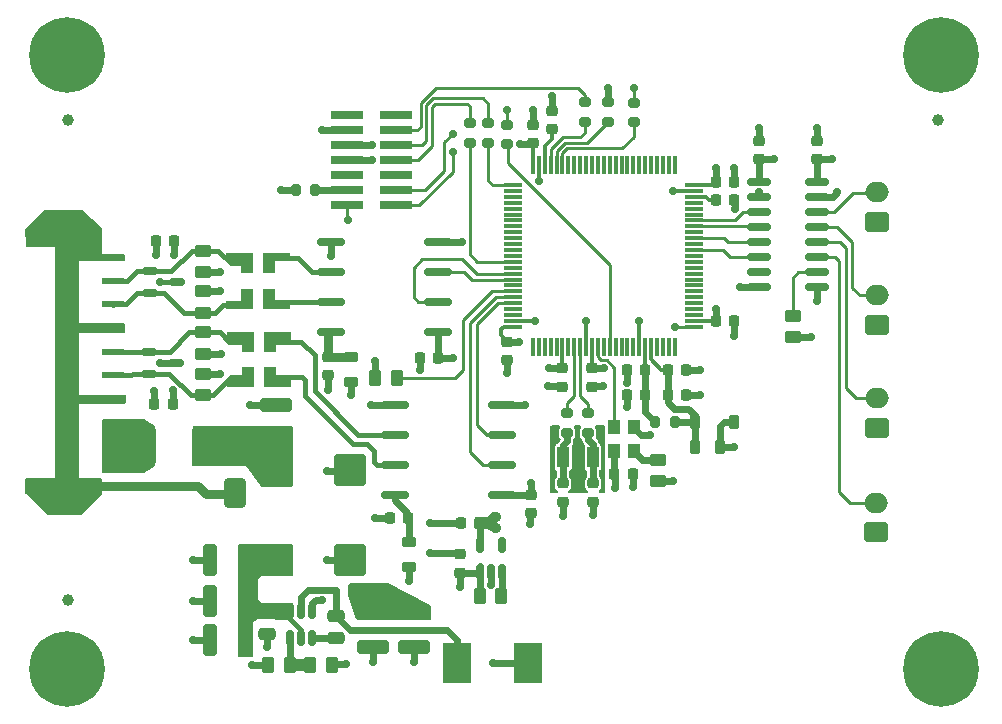
<source format=gbr>
%TF.GenerationSoftware,KiCad,Pcbnew,8.0.6*%
%TF.CreationDate,2024-12-17T06:31:52+02:00*%
%TF.ProjectId,PionController,50696f6e-436f-46e7-9472-6f6c6c65722e,rev?*%
%TF.SameCoordinates,Original*%
%TF.FileFunction,Copper,L1,Top*%
%TF.FilePolarity,Positive*%
%FSLAX46Y46*%
G04 Gerber Fmt 4.6, Leading zero omitted, Abs format (unit mm)*
G04 Created by KiCad (PCBNEW 8.0.6) date 2024-12-17 06:31:52*
%MOMM*%
%LPD*%
G01*
G04 APERTURE LIST*
G04 Aperture macros list*
%AMRoundRect*
0 Rectangle with rounded corners*
0 $1 Rounding radius*
0 $2 $3 $4 $5 $6 $7 $8 $9 X,Y pos of 4 corners*
0 Add a 4 corners polygon primitive as box body*
4,1,4,$2,$3,$4,$5,$6,$7,$8,$9,$2,$3,0*
0 Add four circle primitives for the rounded corners*
1,1,$1+$1,$2,$3*
1,1,$1+$1,$4,$5*
1,1,$1+$1,$6,$7*
1,1,$1+$1,$8,$9*
0 Add four rect primitives between the rounded corners*
20,1,$1+$1,$2,$3,$4,$5,0*
20,1,$1+$1,$4,$5,$6,$7,0*
20,1,$1+$1,$6,$7,$8,$9,0*
20,1,$1+$1,$8,$9,$2,$3,0*%
%AMFreePoly0*
4,1,8,0.500000,-0.850000,-0.500000,-0.850000,-1.800000,-0.850000,-1.800000,-0.150000,-0.500000,-0.150000,-0.500000,0.850000,0.500000,0.850000,0.500000,-0.850000,0.500000,-0.850000,$1*%
%AMFreePoly1*
4,1,7,0.500000,-0.150000,1.800000,-0.150000,1.800000,-0.850000,-0.500000,-0.850000,-0.500000,0.850000,0.500000,0.850000,0.500000,-0.150000,0.500000,-0.150000,$1*%
G04 Aperture macros list end*
%TA.AperFunction,SMDPad,CuDef*%
%ADD10R,2.350000X3.500000*%
%TD*%
%TA.AperFunction,SMDPad,CuDef*%
%ADD11RoundRect,0.225000X-0.225000X-0.250000X0.225000X-0.250000X0.225000X0.250000X-0.225000X0.250000X0*%
%TD*%
%TA.AperFunction,SMDPad,CuDef*%
%ADD12RoundRect,0.250000X-0.475000X0.250000X-0.475000X-0.250000X0.475000X-0.250000X0.475000X0.250000X0*%
%TD*%
%TA.AperFunction,SMDPad,CuDef*%
%ADD13RoundRect,0.150000X0.150000X-0.512500X0.150000X0.512500X-0.150000X0.512500X-0.150000X-0.512500X0*%
%TD*%
%TA.AperFunction,SMDPad,CuDef*%
%ADD14RoundRect,0.200000X0.200000X0.275000X-0.200000X0.275000X-0.200000X-0.275000X0.200000X-0.275000X0*%
%TD*%
%TA.AperFunction,SMDPad,CuDef*%
%ADD15RoundRect,0.250000X-0.650000X1.000000X-0.650000X-1.000000X0.650000X-1.000000X0.650000X1.000000X0*%
%TD*%
%TA.AperFunction,ComponentPad*%
%ADD16C,0.800000*%
%TD*%
%TA.AperFunction,ComponentPad*%
%ADD17C,6.400000*%
%TD*%
%TA.AperFunction,SMDPad,CuDef*%
%ADD18RoundRect,0.225000X0.225000X0.250000X-0.225000X0.250000X-0.225000X-0.250000X0.225000X-0.250000X0*%
%TD*%
%TA.AperFunction,SMDPad,CuDef*%
%ADD19FreePoly0,180.000000*%
%TD*%
%TA.AperFunction,SMDPad,CuDef*%
%ADD20FreePoly1,180.000000*%
%TD*%
%TA.AperFunction,SMDPad,CuDef*%
%ADD21FreePoly0,0.000000*%
%TD*%
%TA.AperFunction,SMDPad,CuDef*%
%ADD22FreePoly1,0.000000*%
%TD*%
%TA.AperFunction,SMDPad,CuDef*%
%ADD23RoundRect,0.162500X1.012500X0.162500X-1.012500X0.162500X-1.012500X-0.162500X1.012500X-0.162500X0*%
%TD*%
%TA.AperFunction,SMDPad,CuDef*%
%ADD24RoundRect,0.250000X0.325000X1.100000X-0.325000X1.100000X-0.325000X-1.100000X0.325000X-1.100000X0*%
%TD*%
%TA.AperFunction,SMDPad,CuDef*%
%ADD25RoundRect,0.218750X-0.381250X0.218750X-0.381250X-0.218750X0.381250X-0.218750X0.381250X0.218750X0*%
%TD*%
%TA.AperFunction,SMDPad,CuDef*%
%ADD26R,1.900000X0.550000*%
%TD*%
%TA.AperFunction,SMDPad,CuDef*%
%ADD27R,6.300000X1.050000*%
%TD*%
%TA.AperFunction,SMDPad,CuDef*%
%ADD28RoundRect,0.200000X0.275000X-0.200000X0.275000X0.200000X-0.275000X0.200000X-0.275000X-0.200000X0*%
%TD*%
%TA.AperFunction,SMDPad,CuDef*%
%ADD29RoundRect,0.250000X-0.262500X-0.450000X0.262500X-0.450000X0.262500X0.450000X-0.262500X0.450000X0*%
%TD*%
%TA.AperFunction,SMDPad,CuDef*%
%ADD30RoundRect,0.150000X-0.150000X0.512500X-0.150000X-0.512500X0.150000X-0.512500X0.150000X0.512500X0*%
%TD*%
%TA.AperFunction,SMDPad,CuDef*%
%ADD31RoundRect,0.250000X0.450000X-0.262500X0.450000X0.262500X-0.450000X0.262500X-0.450000X-0.262500X0*%
%TD*%
%TA.AperFunction,SMDPad,CuDef*%
%ADD32RoundRect,0.225000X-0.250000X0.225000X-0.250000X-0.225000X0.250000X-0.225000X0.250000X0.225000X0*%
%TD*%
%TA.AperFunction,FiducialPad,Global*%
%ADD33C,1.000000*%
%TD*%
%TA.AperFunction,SMDPad,CuDef*%
%ADD34RoundRect,0.250000X-0.450000X0.262500X-0.450000X-0.262500X0.450000X-0.262500X0.450000X0.262500X0*%
%TD*%
%TA.AperFunction,SMDPad,CuDef*%
%ADD35RoundRect,0.250000X1.100000X-0.325000X1.100000X0.325000X-1.100000X0.325000X-1.100000X-0.325000X0*%
%TD*%
%TA.AperFunction,ComponentPad*%
%ADD36RoundRect,0.250000X0.750000X-0.600000X0.750000X0.600000X-0.750000X0.600000X-0.750000X-0.600000X0*%
%TD*%
%TA.AperFunction,ComponentPad*%
%ADD37O,2.000000X1.700000*%
%TD*%
%TA.AperFunction,SMDPad,CuDef*%
%ADD38RoundRect,0.250000X-1.100000X0.325000X-1.100000X-0.325000X1.100000X-0.325000X1.100000X0.325000X0*%
%TD*%
%TA.AperFunction,SMDPad,CuDef*%
%ADD39RoundRect,0.200000X-0.275000X0.200000X-0.275000X-0.200000X0.275000X-0.200000X0.275000X0.200000X0*%
%TD*%
%TA.AperFunction,SMDPad,CuDef*%
%ADD40R,1.100000X1.300000*%
%TD*%
%TA.AperFunction,SMDPad,CuDef*%
%ADD41RoundRect,0.225000X0.225000X0.375000X-0.225000X0.375000X-0.225000X-0.375000X0.225000X-0.375000X0*%
%TD*%
%TA.AperFunction,SMDPad,CuDef*%
%ADD42RoundRect,0.225000X0.250000X-0.225000X0.250000X0.225000X-0.250000X0.225000X-0.250000X-0.225000X0*%
%TD*%
%TA.AperFunction,SMDPad,CuDef*%
%ADD43RoundRect,0.250000X0.475000X-0.250000X0.475000X0.250000X-0.475000X0.250000X-0.475000X-0.250000X0*%
%TD*%
%TA.AperFunction,SMDPad,CuDef*%
%ADD44RoundRect,0.075000X0.075000X-0.725000X0.075000X0.725000X-0.075000X0.725000X-0.075000X-0.725000X0*%
%TD*%
%TA.AperFunction,SMDPad,CuDef*%
%ADD45RoundRect,0.075000X0.725000X-0.075000X0.725000X0.075000X-0.725000X0.075000X-0.725000X-0.075000X0*%
%TD*%
%TA.AperFunction,SMDPad,CuDef*%
%ADD46RoundRect,0.150000X-0.825000X-0.150000X0.825000X-0.150000X0.825000X0.150000X-0.825000X0.150000X0*%
%TD*%
%TA.AperFunction,SMDPad,CuDef*%
%ADD47RoundRect,0.218750X0.218750X0.381250X-0.218750X0.381250X-0.218750X-0.381250X0.218750X-0.381250X0*%
%TD*%
%TA.AperFunction,SMDPad,CuDef*%
%ADD48RoundRect,0.250000X-0.312500X-1.450000X0.312500X-1.450000X0.312500X1.450000X-0.312500X1.450000X0*%
%TD*%
%TA.AperFunction,SMDPad,CuDef*%
%ADD49RoundRect,0.250000X0.262500X0.450000X-0.262500X0.450000X-0.262500X-0.450000X0.262500X-0.450000X0*%
%TD*%
%TA.AperFunction,SMDPad,CuDef*%
%ADD50R,2.790000X0.740000*%
%TD*%
%TA.AperFunction,SMDPad,CuDef*%
%ADD51RoundRect,0.150000X-0.512500X-0.150000X0.512500X-0.150000X0.512500X0.150000X-0.512500X0.150000X0*%
%TD*%
%TA.AperFunction,SMDPad,CuDef*%
%ADD52R,1.000000X1.800000*%
%TD*%
%TA.AperFunction,SMDPad,CuDef*%
%ADD53RoundRect,0.250000X1.100000X-1.100000X1.100000X1.100000X-1.100000X1.100000X-1.100000X-1.100000X0*%
%TD*%
%TA.AperFunction,ViaPad*%
%ADD54C,0.700000*%
%TD*%
%TA.AperFunction,ViaPad*%
%ADD55C,0.900000*%
%TD*%
%TA.AperFunction,Conductor*%
%ADD56C,0.600000*%
%TD*%
%TA.AperFunction,Conductor*%
%ADD57C,0.800000*%
%TD*%
%TA.AperFunction,Conductor*%
%ADD58C,0.400000*%
%TD*%
%TA.AperFunction,Conductor*%
%ADD59C,0.250000*%
%TD*%
%TA.AperFunction,Conductor*%
%ADD60C,0.200000*%
%TD*%
%TA.AperFunction,Conductor*%
%ADD61C,1.000000*%
%TD*%
%TA.AperFunction,Conductor*%
%ADD62C,0.300000*%
%TD*%
G04 APERTURE END LIST*
D10*
%TO.P,L1,1*%
%TO.N,Net-(U1-SW)*%
X137050000Y-122125000D03*
%TO.P,L1,2*%
%TO.N,+5V*%
X143100000Y-122125000D03*
%TD*%
D11*
%TO.P,C13,1*%
%TO.N,VDDA*%
X154876200Y-99491800D03*
%TO.P,C13,2*%
%TO.N,GND*%
X156426200Y-99491800D03*
%TD*%
D12*
%TO.P,C5,1*%
%TO.N,+12V*%
X120989200Y-117764800D03*
%TO.P,C5,2*%
%TO.N,GND*%
X120989200Y-119664800D03*
%TD*%
D13*
%TO.P,U2,1,IN*%
%TO.N,+5V*%
X138953200Y-114472300D03*
%TO.P,U2,2,GND*%
%TO.N,GND*%
X139903200Y-114472300D03*
%TO.P,U2,3,EN*%
%TO.N,Net-(U2-EN)*%
X140853200Y-114472300D03*
%TO.P,U2,4,NC*%
%TO.N,unconnected-(U2-NC-Pad4)*%
X140853200Y-112197300D03*
%TO.P,U2,5,OUT*%
%TO.N,+3.3V*%
X138953200Y-112197300D03*
%TD*%
D14*
%TO.P,R9,1*%
%TO.N,Net-(J1-Pad11)*%
X125065000Y-82120000D03*
%TO.P,R9,2*%
%TO.N,GND*%
X123415000Y-82120000D03*
%TD*%
D15*
%TO.P,D1,1,A1*%
%TO.N,+12V_CAR*%
X118225000Y-103790000D03*
%TO.P,D1,2,A2*%
%TO.N,GND*%
X118225000Y-107790000D03*
%TD*%
D16*
%TO.P,H3,1,1*%
%TO.N,GND*%
X175600000Y-122649999D03*
X176302944Y-120952943D03*
X176302944Y-124347055D03*
X178000000Y-120249999D03*
D17*
X178000000Y-122649999D03*
D16*
X178000000Y-125049999D03*
X179697056Y-120952943D03*
X179697056Y-124347055D03*
X180400000Y-122649999D03*
%TD*%
D18*
%TO.P,C29,1*%
%TO.N,+3.3V*%
X135445800Y-96291400D03*
%TO.P,C29,2*%
%TO.N,GND*%
X133895800Y-96291400D03*
%TD*%
D19*
%TO.P,CMC2,1*%
%TO.N,Net-(U4-CANL)*%
X121219000Y-94943800D03*
D20*
%TO.P,CMC2,2*%
%TO.N,CAN_CRIT_L*%
X119319000Y-94943800D03*
D21*
%TO.P,CMC2,3*%
%TO.N,CAN_CRIT_H*%
X119319000Y-97943800D03*
D22*
%TO.P,CMC2,4*%
%TO.N,Net-(U4-CANH)*%
X121219000Y-97943800D03*
%TD*%
D23*
%TO.P,U5,1,VCC1*%
%TO.N,+3.3V*%
X135436600Y-94092400D03*
%TO.P,U5,2,RXD*%
%TO.N,CAN_COMM_RX*%
X135436600Y-91552400D03*
%TO.P,U5,3,TXD*%
%TO.N,CAN_COMM_TX*%
X135436600Y-89012400D03*
%TO.P,U5,4,GND1*%
%TO.N,GND*%
X135436600Y-86472400D03*
%TO.P,U5,5,GND2*%
X126386600Y-86472400D03*
%TO.P,U5,6,CANL*%
%TO.N,Net-(U5-CANL)*%
X126386600Y-89012400D03*
%TO.P,U5,7,CANH*%
%TO.N,Net-(U5-CANH)*%
X126386600Y-91552400D03*
%TO.P,U5,8,VCC2*%
%TO.N,Net-(U5-VCC2)*%
X126386600Y-94092400D03*
%TD*%
D24*
%TO.P,C3,1*%
%TO.N,+12V*%
X119064200Y-113414800D03*
%TO.P,C3,2*%
%TO.N,GND*%
X116114200Y-113414800D03*
%TD*%
D25*
%TO.P,FB3,1*%
%TO.N,Net-(U5-VCC2)*%
X128040000Y-96227500D03*
%TO.P,FB3,2*%
%TO.N,+5V*%
X128040000Y-98352500D03*
%TD*%
D26*
%TO.P,J2,1,1*%
%TO.N,Net-(F1-Pad1)*%
X107950000Y-105790000D03*
%TO.P,J2,2,2*%
X107950000Y-103790000D03*
%TO.P,J2,3,3*%
X107950000Y-101790000D03*
%TO.P,J2,4,4*%
%TO.N,GND*%
X107950000Y-99790000D03*
%TO.P,J2,5,5*%
%TO.N,CAN_CRIT_H*%
X107950000Y-97790000D03*
%TO.P,J2,6,6*%
%TO.N,CAN_CRIT_L*%
X107950000Y-95790000D03*
%TO.P,J2,7,7*%
%TO.N,GND*%
X107950000Y-93790000D03*
%TO.P,J2,8,8*%
%TO.N,CAN_COMM_H*%
X107950000Y-91790000D03*
%TO.P,J2,9,9*%
%TO.N,CAN_COMM_L*%
X107950000Y-89790000D03*
%TO.P,J2,10,10*%
%TO.N,GND*%
X107950000Y-87790000D03*
D27*
%TO.P,J2,11,MP1*%
X103750000Y-107150000D03*
%TO.P,J2,12,MP2*%
X103750000Y-86250000D03*
%TD*%
D28*
%TO.P,R6,1*%
%TO.N,Net-(C16-Pad2)*%
X148158200Y-102653600D03*
%TO.P,R6,2*%
%TO.N,LSE_OSC_OUT*%
X148158200Y-101003600D03*
%TD*%
D29*
%TO.P,R8,1*%
%TO.N,GND*%
X130127500Y-98050000D03*
%TO.P,R8,2*%
%TO.N,BOOT0*%
X131952500Y-98050000D03*
%TD*%
D11*
%TO.P,C10,1*%
%TO.N,GND*%
X137426400Y-110286800D03*
%TO.P,C10,2*%
%TO.N,+3.3V*%
X138976400Y-110286800D03*
%TD*%
D30*
%TO.P,U1,1,GND*%
%TO.N,GND*%
X124789200Y-117777300D03*
%TO.P,U1,2,SW*%
%TO.N,Net-(U1-SW)*%
X123839200Y-117777300D03*
%TO.P,U1,3,VIN*%
%TO.N,+12V*%
X122889200Y-117777300D03*
%TO.P,U1,4,VFB*%
%TO.N,Net-(U1-VFB)*%
X122889200Y-120052300D03*
%TO.P,U1,5,EN*%
%TO.N,+12V*%
X123839200Y-120052300D03*
%TO.P,U1,6,VBST*%
%TO.N,Net-(U1-VBST)*%
X124789200Y-120052300D03*
%TD*%
D31*
%TO.P,R19,1*%
%TO.N,Net-(SB2-B)*%
X115500000Y-89050000D03*
%TO.P,R19,2*%
%TO.N,CAN_COMM_L*%
X115500000Y-87225000D03*
%TD*%
D32*
%TO.P,C25,1*%
%TO.N,GND*%
X145110000Y-75395000D03*
%TO.P,C25,2*%
%TO.N,Net-(C25-Pad2)*%
X145110000Y-76945000D03*
%TD*%
D19*
%TO.P,CMC3,1*%
%TO.N,Net-(U5-CANL)*%
X121150000Y-88289000D03*
D20*
%TO.P,CMC3,2*%
%TO.N,CAN_COMM_L*%
X119250000Y-88289000D03*
D21*
%TO.P,CMC3,3*%
%TO.N,CAN_COMM_H*%
X119250000Y-91289000D03*
D22*
%TO.P,CMC3,4*%
%TO.N,Net-(U5-CANH)*%
X121150000Y-91289000D03*
%TD*%
D33*
%TO.P,FID2,*%
%TO.N,*%
X177800000Y-76200000D03*
%TD*%
D34*
%TO.P,R7,1*%
%TO.N,Net-(X1-EN)*%
X154051000Y-104929300D03*
%TO.P,R7,2*%
%TO.N,+3.3V*%
X154051000Y-106754300D03*
%TD*%
D35*
%TO.P,C1,1*%
%TO.N,+12V_CAR*%
X121739200Y-103239800D03*
%TO.P,C1,2*%
%TO.N,GND*%
X121739200Y-100289800D03*
%TD*%
D14*
%TO.P,R4,1*%
%TO.N,VDDA*%
X155485600Y-101727000D03*
%TO.P,R4,2*%
%TO.N,VREF*%
X153835600Y-101727000D03*
%TD*%
D36*
%TO.P,J5,1,Pin_1*%
%TO.N,GND*%
X172567600Y-102235000D03*
D37*
%TO.P,J5,2,Pin_2*%
%TO.N,Net-(J5-Pin_2)*%
X172567600Y-99735000D03*
%TD*%
D38*
%TO.P,C8,1*%
%TO.N,+5V*%
X133420000Y-117845000D03*
%TO.P,C8,2*%
%TO.N,GND*%
X133420000Y-120795000D03*
%TD*%
D39*
%TO.P,R10,1*%
%TO.N,Net-(J1-Pad04)*%
X147878800Y-74663800D03*
%TO.P,R10,2*%
%TO.N,SWDIO*%
X147878800Y-76313800D03*
%TD*%
D40*
%TO.P,X1,1,EN*%
%TO.N,Net-(X1-EN)*%
X152031200Y-104224800D03*
%TO.P,X1,2,GND*%
%TO.N,GND*%
X152031200Y-102124800D03*
%TO.P,X1,3,OUT*%
%TO.N,HSE_IN*%
X150381200Y-102124800D03*
%TO.P,X1,4,Vdd*%
%TO.N,+3.3V*%
X150381200Y-104224800D03*
%TD*%
D24*
%TO.P,C2,1*%
%TO.N,+12V*%
X119093200Y-120222800D03*
%TO.P,C2,2*%
%TO.N,GND*%
X116143200Y-120222800D03*
%TD*%
D39*
%TO.P,R12,1*%
%TO.N,Net-(J1-Pad08)*%
X138125200Y-76467200D03*
%TO.P,R12,2*%
%TO.N,SWO*%
X138125200Y-78117200D03*
%TD*%
D41*
%TO.P,D2,1,K*%
%TO.N,+3.3V*%
X160501600Y-101727000D03*
%TO.P,D2,2,A*%
%TO.N,VDDA*%
X157201600Y-101727000D03*
%TD*%
D25*
%TO.P,FB2,1*%
%TO.N,Net-(U4-VCC2)*%
X132943600Y-111865900D03*
%TO.P,FB2,2*%
%TO.N,+5V*%
X132943600Y-113990900D03*
%TD*%
D42*
%TO.P,C23,1*%
%TO.N,GND*%
X141300200Y-96482200D03*
%TO.P,C23,2*%
%TO.N,+3.3V*%
X141300200Y-94932200D03*
%TD*%
D43*
%TO.P,C6,1*%
%TO.N,Net-(U1-VBST)*%
X126789200Y-120052300D03*
%TO.P,C6,2*%
%TO.N,Net-(U1-SW)*%
X126789200Y-118152300D03*
%TD*%
D16*
%TO.P,H1,1,1*%
%TO.N,GND*%
X101600000Y-70649999D03*
X102302944Y-68952943D03*
X102302944Y-72347055D03*
X104000000Y-68249999D03*
D17*
X104000000Y-70649999D03*
D16*
X104000000Y-73049999D03*
X105697056Y-68952943D03*
X105697056Y-72347055D03*
X106400000Y-70649999D03*
%TD*%
D33*
%TO.P,FID2,*%
%TO.N,*%
X104140000Y-116840000D03*
%TD*%
D34*
%TO.P,R18,1*%
%TO.N,Net-(SB2-A)*%
X115500000Y-90687500D03*
%TO.P,R18,2*%
%TO.N,CAN_COMM_H*%
X115500000Y-92512500D03*
%TD*%
D39*
%TO.P,R14,1*%
%TO.N,Net-(J1-Pad14)*%
X149860000Y-74663800D03*
%TO.P,R14,2*%
%TO.N,UART4_TX*%
X149860000Y-76313800D03*
%TD*%
D32*
%TO.P,C9,1*%
%TO.N,GND*%
X137290700Y-112934800D03*
%TO.P,C9,2*%
%TO.N,+5V*%
X137290700Y-114484800D03*
%TD*%
%TO.P,C20,1*%
%TO.N,+3.3V*%
X145973800Y-97192800D03*
%TO.P,C20,2*%
%TO.N,GND*%
X145973800Y-98742800D03*
%TD*%
D42*
%TO.P,C32,1*%
%TO.N,+3.3V*%
X162610800Y-79489600D03*
%TO.P,C32,2*%
%TO.N,GND*%
X162610800Y-77939600D03*
%TD*%
D32*
%TO.P,C21,1*%
%TO.N,+3.3V*%
X148463000Y-97192800D03*
%TO.P,C21,2*%
%TO.N,GND*%
X148463000Y-98742800D03*
%TD*%
D24*
%TO.P,C4,1*%
%TO.N,+12V*%
X119064200Y-116864800D03*
%TO.P,C4,2*%
%TO.N,GND*%
X116114200Y-116864800D03*
%TD*%
D44*
%TO.P,U3,1,PE2*%
%TO.N,unconnected-(U3-PE2-Pad1)*%
X143479000Y-95355800D03*
%TO.P,U3,2,PE3*%
%TO.N,unconnected-(U3-PE3-Pad2)*%
X143979000Y-95355800D03*
%TO.P,U3,3,PE4*%
%TO.N,unconnected-(U3-PE4-Pad3)*%
X144479000Y-95355800D03*
%TO.P,U3,4,PE5*%
%TO.N,unconnected-(U3-PE5-Pad4)*%
X144979000Y-95355800D03*
%TO.P,U3,5,PE6*%
%TO.N,unconnected-(U3-PE6-Pad5)*%
X145479000Y-95355800D03*
%TO.P,U3,6,VBAT*%
%TO.N,+3.3V*%
X145979000Y-95355800D03*
%TO.P,U3,7,PC13*%
%TO.N,unconnected-(U3-PC13-Pad7)*%
X146479000Y-95355800D03*
%TO.P,U3,8,PC14*%
%TO.N,LSE_OSC_IN*%
X146979000Y-95355800D03*
%TO.P,U3,9,PC15*%
%TO.N,LSE_OSC_OUT*%
X147479000Y-95355800D03*
%TO.P,U3,10,VSS*%
%TO.N,GND*%
X147979000Y-95355800D03*
%TO.P,U3,11,VDD*%
%TO.N,+3.3V*%
X148479000Y-95355800D03*
%TO.P,U3,12,PH0*%
%TO.N,HSE_IN*%
X148979000Y-95355800D03*
%TO.P,U3,13,PH1*%
%TO.N,unconnected-(U3-PH1-Pad13)*%
X149479000Y-95355800D03*
%TO.P,U3,14,NRST*%
%TO.N,NRST*%
X149979000Y-95355800D03*
%TO.P,U3,15,PC0*%
%TO.N,unconnected-(U3-PC0-Pad15)*%
X150479000Y-95355800D03*
%TO.P,U3,16,PC1*%
%TO.N,unconnected-(U3-PC1-Pad16)*%
X150979000Y-95355800D03*
%TO.P,U3,17,PC2_C*%
%TO.N,unconnected-(U3-PC2_C-Pad17)*%
X151479000Y-95355800D03*
%TO.P,U3,18,PC3_C*%
%TO.N,unconnected-(U3-PC3_C-Pad18)*%
X151979000Y-95355800D03*
%TO.P,U3,19,VSSA*%
%TO.N,GND*%
X152479000Y-95355800D03*
%TO.P,U3,20,VREF+*%
%TO.N,VREF*%
X152979000Y-95355800D03*
%TO.P,U3,21,VDDA*%
%TO.N,VDDA*%
X153479000Y-95355800D03*
%TO.P,U3,22,PA0*%
%TO.N,unconnected-(U3-PA0-Pad22)*%
X153979000Y-95355800D03*
%TO.P,U3,23,PA1*%
%TO.N,unconnected-(U3-PA1-Pad23)*%
X154479000Y-95355800D03*
%TO.P,U3,24,PA2*%
%TO.N,unconnected-(U3-PA2-Pad24)*%
X154979000Y-95355800D03*
%TO.P,U3,25,PA3*%
%TO.N,unconnected-(U3-PA3-Pad25)*%
X155479000Y-95355800D03*
D45*
%TO.P,U3,26,VSS*%
%TO.N,GND*%
X157154000Y-93680800D03*
%TO.P,U3,27,VDD*%
%TO.N,+3.3V*%
X157154000Y-93180800D03*
%TO.P,U3,28,PA4*%
%TO.N,unconnected-(U3-PA4-Pad28)*%
X157154000Y-92680800D03*
%TO.P,U3,29,PA5*%
%TO.N,unconnected-(U3-PA5-Pad29)*%
X157154000Y-92180800D03*
%TO.P,U3,30,PA6*%
%TO.N,unconnected-(U3-PA6-Pad30)*%
X157154000Y-91680800D03*
%TO.P,U3,31,PA7*%
%TO.N,unconnected-(U3-PA7-Pad31)*%
X157154000Y-91180800D03*
%TO.P,U3,32,PC4*%
%TO.N,unconnected-(U3-PC4-Pad32)*%
X157154000Y-90680800D03*
%TO.P,U3,33,PC5*%
%TO.N,unconnected-(U3-PC5-Pad33)*%
X157154000Y-90180800D03*
%TO.P,U3,34,PB0*%
%TO.N,unconnected-(U3-PB0-Pad34)*%
X157154000Y-89680800D03*
%TO.P,U3,35,PB1*%
%TO.N,unconnected-(U3-PB1-Pad35)*%
X157154000Y-89180800D03*
%TO.P,U3,36,PB2*%
%TO.N,unconnected-(U3-PB2-Pad36)*%
X157154000Y-88680800D03*
%TO.P,U3,37,PE7*%
%TO.N,unconnected-(U3-PE7-Pad37)*%
X157154000Y-88180800D03*
%TO.P,U3,38,PE8*%
%TO.N,unconnected-(U3-PE8-Pad38)*%
X157154000Y-87680800D03*
%TO.P,U3,39,PE9*%
%TO.N,RGB_CH_1*%
X157154000Y-87180800D03*
%TO.P,U3,40,PE10*%
%TO.N,unconnected-(U3-PE10-Pad40)*%
X157154000Y-86680800D03*
%TO.P,U3,41,PE11*%
%TO.N,RGB_CH_2*%
X157154000Y-86180800D03*
%TO.P,U3,42,PE12*%
%TO.N,unconnected-(U3-PE12-Pad42)*%
X157154000Y-85680800D03*
%TO.P,U3,43,PE13*%
%TO.N,RGB_CH_3*%
X157154000Y-85180800D03*
%TO.P,U3,44,PE14*%
%TO.N,RGB_CH_4*%
X157154000Y-84680800D03*
%TO.P,U3,45,PE15*%
%TO.N,unconnected-(U3-PE15-Pad45)*%
X157154000Y-84180800D03*
%TO.P,U3,46,PB10*%
%TO.N,unconnected-(U3-PB10-Pad46)*%
X157154000Y-83680800D03*
%TO.P,U3,47,PB11*%
%TO.N,unconnected-(U3-PB11-Pad47)*%
X157154000Y-83180800D03*
%TO.P,U3,48,VCAP*%
%TO.N,Net-(C24-Pad2)*%
X157154000Y-82680800D03*
%TO.P,U3,49,VSS*%
%TO.N,GND*%
X157154000Y-82180800D03*
%TO.P,U3,50,VDD*%
%TO.N,+3.3V*%
X157154000Y-81680800D03*
D44*
%TO.P,U3,51,PB12*%
%TO.N,unconnected-(U3-PB12-Pad51)*%
X155479000Y-80005800D03*
%TO.P,U3,52,PB13*%
%TO.N,unconnected-(U3-PB13-Pad52)*%
X154979000Y-80005800D03*
%TO.P,U3,53,PB14*%
%TO.N,unconnected-(U3-PB14-Pad53)*%
X154479000Y-80005800D03*
%TO.P,U3,54,PB15*%
%TO.N,unconnected-(U3-PB15-Pad54)*%
X153979000Y-80005800D03*
%TO.P,U3,55,PD8*%
%TO.N,unconnected-(U3-PD8-Pad55)*%
X153479000Y-80005800D03*
%TO.P,U3,56,PD9*%
%TO.N,unconnected-(U3-PD9-Pad56)*%
X152979000Y-80005800D03*
%TO.P,U3,57,PD10*%
%TO.N,unconnected-(U3-PD10-Pad57)*%
X152479000Y-80005800D03*
%TO.P,U3,58,PD11*%
%TO.N,unconnected-(U3-PD11-Pad58)*%
X151979000Y-80005800D03*
%TO.P,U3,59,PD12*%
%TO.N,unconnected-(U3-PD12-Pad59)*%
X151479000Y-80005800D03*
%TO.P,U3,60,PD13*%
%TO.N,unconnected-(U3-PD13-Pad60)*%
X150979000Y-80005800D03*
%TO.P,U3,61,PD14*%
%TO.N,unconnected-(U3-PD14-Pad61)*%
X150479000Y-80005800D03*
%TO.P,U3,62,PD15*%
%TO.N,unconnected-(U3-PD15-Pad62)*%
X149979000Y-80005800D03*
%TO.P,U3,63,PC6*%
%TO.N,unconnected-(U3-PC6-Pad63)*%
X149479000Y-80005800D03*
%TO.P,U3,64,PC7*%
%TO.N,unconnected-(U3-PC7-Pad64)*%
X148979000Y-80005800D03*
%TO.P,U3,65,PC8*%
%TO.N,unconnected-(U3-PC8-Pad65)*%
X148479000Y-80005800D03*
%TO.P,U3,66,PC9*%
%TO.N,unconnected-(U3-PC9-Pad66)*%
X147979000Y-80005800D03*
%TO.P,U3,67,PA8*%
%TO.N,unconnected-(U3-PA8-Pad67)*%
X147479000Y-80005800D03*
%TO.P,U3,68,PA9*%
%TO.N,unconnected-(U3-PA9-Pad68)*%
X146979000Y-80005800D03*
%TO.P,U3,69,PA10*%
%TO.N,unconnected-(U3-PA10-Pad69)*%
X146479000Y-80005800D03*
%TO.P,U3,70,PA11*%
%TO.N,UART4_RX*%
X145979000Y-80005800D03*
%TO.P,U3,71,PA12*%
%TO.N,UART4_TX*%
X145479000Y-80005800D03*
%TO.P,U3,72,PA13*%
%TO.N,SWDIO*%
X144979000Y-80005800D03*
%TO.P,U3,73,VCAP*%
%TO.N,Net-(C25-Pad2)*%
X144479000Y-80005800D03*
%TO.P,U3,74,VSS*%
%TO.N,GND*%
X143979000Y-80005800D03*
%TO.P,U3,75,VDD*%
%TO.N,+3.3V*%
X143479000Y-80005800D03*
D45*
%TO.P,U3,76,PA14*%
%TO.N,SWCLK*%
X141804000Y-81680800D03*
%TO.P,U3,77,PA15*%
%TO.N,unconnected-(U3-PA15-Pad77)*%
X141804000Y-82180800D03*
%TO.P,U3,78,PC10*%
%TO.N,unconnected-(U3-PC10-Pad78)*%
X141804000Y-82680800D03*
%TO.P,U3,79,PC11*%
%TO.N,unconnected-(U3-PC11-Pad79)*%
X141804000Y-83180800D03*
%TO.P,U3,80,PC12*%
%TO.N,unconnected-(U3-PC12-Pad80)*%
X141804000Y-83680800D03*
%TO.P,U3,81,PD0*%
%TO.N,unconnected-(U3-PD0-Pad81)*%
X141804000Y-84180800D03*
%TO.P,U3,82,PD1*%
%TO.N,unconnected-(U3-PD1-Pad82)*%
X141804000Y-84680800D03*
%TO.P,U3,83,PD2*%
%TO.N,unconnected-(U3-PD2-Pad83)*%
X141804000Y-85180800D03*
%TO.P,U3,84,PD3*%
%TO.N,unconnected-(U3-PD3-Pad84)*%
X141804000Y-85680800D03*
%TO.P,U3,85,PD4*%
%TO.N,unconnected-(U3-PD4-Pad85)*%
X141804000Y-86180800D03*
%TO.P,U3,86,PD5*%
%TO.N,unconnected-(U3-PD5-Pad86)*%
X141804000Y-86680800D03*
%TO.P,U3,87,PD6*%
%TO.N,unconnected-(U3-PD6-Pad87)*%
X141804000Y-87180800D03*
%TO.P,U3,88,PD7*%
%TO.N,unconnected-(U3-PD7-Pad88)*%
X141804000Y-87680800D03*
%TO.P,U3,89,PB3*%
%TO.N,SWO*%
X141804000Y-88180800D03*
%TO.P,U3,90,PB4*%
%TO.N,unconnected-(U3-PB4-Pad90)*%
X141804000Y-88680800D03*
%TO.P,U3,91,PB5*%
%TO.N,CAN_COMM_RX*%
X141804000Y-89180800D03*
%TO.P,U3,92,PB6*%
%TO.N,CAN_COMM_TX*%
X141804000Y-89680800D03*
%TO.P,U3,93,PB7*%
%TO.N,unconnected-(U3-PB7-Pad93)*%
X141804000Y-90180800D03*
%TO.P,U3,94,BOOT0*%
%TO.N,BOOT0*%
X141804000Y-90680800D03*
%TO.P,U3,95,PB8*%
%TO.N,CAN_CRIT_RX*%
X141804000Y-91180800D03*
%TO.P,U3,96,PB9*%
%TO.N,CAN_CRIT_TX*%
X141804000Y-91680800D03*
%TO.P,U3,97,PE0*%
%TO.N,unconnected-(U3-PE0-Pad97)*%
X141804000Y-92180800D03*
%TO.P,U3,98,PE1*%
%TO.N,unconnected-(U3-PE1-Pad98)*%
X141804000Y-92680800D03*
%TO.P,U3,99,VSS*%
%TO.N,GND*%
X141804000Y-93180800D03*
%TO.P,U3,100,VDD*%
%TO.N,+3.3V*%
X141804000Y-93680800D03*
%TD*%
D11*
%TO.P,C11,1*%
%TO.N,GND*%
X151421800Y-99491800D03*
%TO.P,C11,2*%
%TO.N,VREF*%
X152971800Y-99491800D03*
%TD*%
D39*
%TO.P,R13,1*%
%TO.N,Net-(J1-Pad12)*%
X141300200Y-76568800D03*
%TO.P,R13,2*%
%TO.N,NRST*%
X141300200Y-78218800D03*
%TD*%
D33*
%TO.P,FID2,*%
%TO.N,*%
X104140000Y-76200000D03*
%TD*%
D16*
%TO.P,H4,1,1*%
%TO.N,GND*%
X101600000Y-122649999D03*
X102302944Y-120952943D03*
X102302944Y-124347055D03*
X104000000Y-120249999D03*
D17*
X104000000Y-122649999D03*
D16*
X104000000Y-125049999D03*
X105697056Y-120952943D03*
X105697056Y-124347055D03*
X106400000Y-122649999D03*
%TD*%
D18*
%TO.P,C12,1*%
%TO.N,VREF*%
X152971800Y-97307400D03*
%TO.P,C12,2*%
%TO.N,GND*%
X151421800Y-97307400D03*
%TD*%
D42*
%TO.P,C19,1*%
%TO.N,+3.3V*%
X143510000Y-78143400D03*
%TO.P,C19,2*%
%TO.N,GND*%
X143510000Y-76593400D03*
%TD*%
D36*
%TO.P,J3,1,Pin_1*%
%TO.N,GND*%
X172567600Y-84785200D03*
D37*
%TO.P,J3,2,Pin_2*%
%TO.N,Net-(J3-Pin_2)*%
X172567600Y-82285200D03*
%TD*%
D46*
%TO.P,U6,1,VCC1*%
%TO.N,+3.3V*%
X162599600Y-81415800D03*
%TO.P,U6,2,GND1*%
%TO.N,GND*%
X162599600Y-82685800D03*
%TO.P,U6,3,INA*%
%TO.N,RGB_CH_4*%
X162599600Y-83955800D03*
%TO.P,U6,4,INB*%
%TO.N,RGB_CH_3*%
X162599600Y-85225800D03*
%TO.P,U6,5,INC*%
%TO.N,RGB_CH_2*%
X162599600Y-86495800D03*
%TO.P,U6,6,IND*%
%TO.N,RGB_CH_1*%
X162599600Y-87765800D03*
%TO.P,U6,7*%
%TO.N,N/C*%
X162599600Y-89035800D03*
%TO.P,U6,8,GND1*%
%TO.N,GND*%
X162599600Y-90305800D03*
%TO.P,U6,9,GND2*%
X167549600Y-90305800D03*
%TO.P,U6,10,EN*%
%TO.N,Net-(U6-EN)*%
X167549600Y-89035800D03*
%TO.P,U6,11,OUTD*%
%TO.N,Net-(J6-Pin_2)*%
X167549600Y-87765800D03*
%TO.P,U6,12,OUTC*%
%TO.N,Net-(J5-Pin_2)*%
X167549600Y-86495800D03*
%TO.P,U6,13,OUTB*%
%TO.N,Net-(J4-Pin_2)*%
X167549600Y-85225800D03*
%TO.P,U6,14,OUTA*%
%TO.N,Net-(J3-Pin_2)*%
X167549600Y-83955800D03*
%TO.P,U6,15,GND2*%
%TO.N,GND*%
X167549600Y-82685800D03*
%TO.P,U6,16,VCC2*%
%TO.N,+5V*%
X167549600Y-81415800D03*
%TD*%
D32*
%TO.P,C26,1*%
%TO.N,+3.3V*%
X143281400Y-107911600D03*
%TO.P,C26,2*%
%TO.N,GND*%
X143281400Y-109461600D03*
%TD*%
D47*
%TO.P,FB1,1*%
%TO.N,+3.3V*%
X159329900Y-103825400D03*
%TO.P,FB1,2*%
%TO.N,VDDA*%
X157204900Y-103825400D03*
%TD*%
D36*
%TO.P,J6,1,Pin_1*%
%TO.N,GND*%
X172563200Y-111094200D03*
D37*
%TO.P,J6,2,Pin_2*%
%TO.N,Net-(J6-Pin_2)*%
X172563200Y-108594200D03*
%TD*%
D32*
%TO.P,C33,1*%
%TO.N,GND*%
X167563800Y-77965000D03*
%TO.P,C33,2*%
%TO.N,+5V*%
X167563800Y-79515000D03*
%TD*%
%TO.P,C30,1*%
%TO.N,Net-(U5-VCC2)*%
X126161800Y-96227600D03*
%TO.P,C30,2*%
%TO.N,GND*%
X126161800Y-97777600D03*
%TD*%
D18*
%TO.P,C24,1*%
%TO.N,GND*%
X160541000Y-82936600D03*
%TO.P,C24,2*%
%TO.N,Net-(C24-Pad2)*%
X158991000Y-82936600D03*
%TD*%
%TO.P,C17,1*%
%TO.N,GND*%
X151930400Y-106121200D03*
%TO.P,C17,2*%
%TO.N,+3.3V*%
X150380400Y-106121200D03*
%TD*%
D29*
%TO.P,R3,1*%
%TO.N,+5V*%
X138965300Y-116472300D03*
%TO.P,R3,2*%
%TO.N,Net-(U2-EN)*%
X140790300Y-116472300D03*
%TD*%
D28*
%TO.P,R5,1*%
%TO.N,Net-(C15-Pad2)*%
X146380200Y-102653600D03*
%TO.P,R5,2*%
%TO.N,LSE_OSC_IN*%
X146380200Y-101003600D03*
%TD*%
D18*
%TO.P,C27,1*%
%TO.N,Net-(U4-VCC2)*%
X132931200Y-109905800D03*
%TO.P,C27,2*%
%TO.N,GND*%
X131381200Y-109905800D03*
%TD*%
D23*
%TO.P,U4,1,VCC1*%
%TO.N,+3.3V*%
X140846800Y-107899200D03*
%TO.P,U4,2,RXD*%
%TO.N,CAN_CRIT_RX*%
X140846800Y-105359200D03*
%TO.P,U4,3,TXD*%
%TO.N,CAN_CRIT_TX*%
X140846800Y-102819200D03*
%TO.P,U4,4,GND1*%
%TO.N,GND*%
X140846800Y-100279200D03*
%TO.P,U4,5,GND2*%
X131796800Y-100279200D03*
%TO.P,U4,6,CANL*%
%TO.N,Net-(U4-CANL)*%
X131796800Y-102819200D03*
%TO.P,U4,7,CANH*%
%TO.N,Net-(U4-CANH)*%
X131796800Y-105359200D03*
%TO.P,U4,8,VCC2*%
%TO.N,Net-(U4-VCC2)*%
X131796800Y-107899200D03*
%TD*%
D48*
%TO.P,F1,1*%
%TO.N,Net-(F1-Pad1)*%
X110950000Y-103790000D03*
%TO.P,F1,2*%
%TO.N,+12V_CAR*%
X115225000Y-103790000D03*
%TD*%
D42*
%TO.P,C15,1*%
%TO.N,GND*%
X146024600Y-108496400D03*
%TO.P,C15,2*%
%TO.N,Net-(C15-Pad2)*%
X146024600Y-106946400D03*
%TD*%
D49*
%TO.P,R1,1*%
%TO.N,+5V*%
X126464700Y-122275600D03*
%TO.P,R1,2*%
%TO.N,Net-(U1-VFB)*%
X124639700Y-122275600D03*
%TD*%
D36*
%TO.P,J4,1,Pin_1*%
%TO.N,GND*%
X172567600Y-93522800D03*
D37*
%TO.P,J4,2,Pin_2*%
%TO.N,Net-(J4-Pin_2)*%
X172567600Y-91022800D03*
%TD*%
D39*
%TO.P,R11,1*%
%TO.N,Net-(J1-Pad06)*%
X139700000Y-76467200D03*
%TO.P,R11,2*%
%TO.N,SWCLK*%
X139700000Y-78117200D03*
%TD*%
D34*
%TO.P,R16,1*%
%TO.N,Net-(SB1-A)*%
X115500000Y-97650000D03*
%TO.P,R16,2*%
%TO.N,CAN_CRIT_H*%
X115500000Y-99475000D03*
%TD*%
%TO.P,R20,1*%
%TO.N,Net-(U6-EN)*%
X165481000Y-92737300D03*
%TO.P,R20,2*%
%TO.N,+5V*%
X165481000Y-94562300D03*
%TD*%
D50*
%TO.P,J1,01,01*%
%TO.N,unconnected-(J1-Pad01)*%
X127775000Y-75770000D03*
%TO.P,J1,02,02*%
%TO.N,unconnected-(J1-Pad02)*%
X131845000Y-75770000D03*
%TO.P,J1,03,03*%
%TO.N,+3.3V*%
X127775000Y-77040000D03*
%TO.P,J1,04,04*%
%TO.N,Net-(J1-Pad04)*%
X131845000Y-77040000D03*
%TO.P,J1,05,05*%
%TO.N,GND*%
X127775000Y-78310000D03*
%TO.P,J1,06,06*%
%TO.N,Net-(J1-Pad06)*%
X131845000Y-78310000D03*
%TO.P,J1,07,07*%
%TO.N,GND*%
X127775000Y-79580000D03*
%TO.P,J1,08,08*%
%TO.N,Net-(J1-Pad08)*%
X131845000Y-79580000D03*
%TO.P,J1,09,09*%
%TO.N,unconnected-(J1-Pad09)*%
X127775000Y-80850000D03*
%TO.P,J1,10,10*%
%TO.N,unconnected-(J1-Pad10)*%
X131845000Y-80850000D03*
%TO.P,J1,11,11*%
%TO.N,Net-(J1-Pad11)*%
X127775000Y-82120000D03*
%TO.P,J1,12,12*%
%TO.N,Net-(J1-Pad12)*%
X131845000Y-82120000D03*
%TO.P,J1,13,13*%
%TO.N,Net-(J1-Pad13)*%
X127775000Y-83390000D03*
%TO.P,J1,14,14*%
%TO.N,Net-(J1-Pad14)*%
X131845000Y-83390000D03*
%TD*%
D49*
%TO.P,R2,1*%
%TO.N,Net-(U1-VFB)*%
X122883300Y-122275600D03*
%TO.P,R2,2*%
%TO.N,GND*%
X121058300Y-122275600D03*
%TD*%
D31*
%TO.P,R17,1*%
%TO.N,Net-(SB1-B)*%
X115500000Y-95975000D03*
%TO.P,R17,2*%
%TO.N,CAN_CRIT_L*%
X115500000Y-94150000D03*
%TD*%
D16*
%TO.P,H2,1,1*%
%TO.N,GND*%
X175600000Y-70649999D03*
X176302944Y-68952943D03*
X176302944Y-72347055D03*
X178000000Y-68249999D03*
D17*
X178000000Y-70649999D03*
D16*
X178000000Y-73049999D03*
X179697056Y-68952943D03*
X179697056Y-72347055D03*
X180400000Y-70649999D03*
%TD*%
D39*
%TO.P,R15,1*%
%TO.N,Net-(J1-Pad13)*%
X152044400Y-74714600D03*
%TO.P,R15,2*%
%TO.N,UART4_RX*%
X152044400Y-76364600D03*
%TD*%
D51*
%TO.P,ESD1,1,Input*%
%TO.N,CAN_CRIT_L*%
X110950000Y-95790000D03*
%TO.P,ESD1,2,Input*%
%TO.N,CAN_CRIT_H*%
X110950000Y-97690000D03*
%TO.P,ESD1,3,Output*%
%TO.N,GND*%
X113225000Y-96740000D03*
%TD*%
D52*
%TO.P,X2,1,1*%
%TO.N,Net-(C16-Pad2)*%
X148544600Y-104724200D03*
%TO.P,X2,2,2*%
%TO.N,Net-(C15-Pad2)*%
X146044600Y-104724200D03*
%TD*%
D18*
%TO.P,C31,1*%
%TO.N,Net-(SB2-C)*%
X113075000Y-86400000D03*
%TO.P,C31,2*%
%TO.N,GND*%
X111525000Y-86400000D03*
%TD*%
D11*
%TO.P,C18,1*%
%TO.N,+3.3V*%
X158991000Y-93192600D03*
%TO.P,C18,2*%
%TO.N,GND*%
X160541000Y-93192600D03*
%TD*%
D53*
%TO.P,CMC1,1,1*%
%TO.N,GND*%
X127989200Y-105814800D03*
%TO.P,CMC1,2,2*%
%TO.N,+12V_CAR*%
X121789200Y-105814800D03*
%TO.P,CMC1,3,3*%
%TO.N,+12V*%
X121789200Y-113414800D03*
%TO.P,CMC1,4,4*%
%TO.N,GND*%
X127989200Y-113414800D03*
%TD*%
D11*
%TO.P,C22,1*%
%TO.N,+3.3V*%
X158991000Y-81432400D03*
%TO.P,C22,2*%
%TO.N,GND*%
X160541000Y-81432400D03*
%TD*%
D51*
%TO.P,ESD2,1,Input*%
%TO.N,CAN_COMM_L*%
X111025000Y-88950000D03*
%TO.P,ESD2,2,Input*%
%TO.N,CAN_COMM_H*%
X111025000Y-90850000D03*
%TO.P,ESD2,3,Output*%
%TO.N,GND*%
X113300000Y-89900000D03*
%TD*%
D18*
%TO.P,C28,1*%
%TO.N,Net-(SB1-C)*%
X112975000Y-100225000D03*
%TO.P,C28,2*%
%TO.N,GND*%
X111425000Y-100225000D03*
%TD*%
%TO.P,C14,1*%
%TO.N,GND*%
X156426200Y-97307400D03*
%TO.P,C14,2*%
%TO.N,VDDA*%
X154876200Y-97307400D03*
%TD*%
D42*
%TO.P,C16,1*%
%TO.N,GND*%
X148590000Y-108496400D03*
%TO.P,C16,2*%
%TO.N,Net-(C16-Pad2)*%
X148590000Y-106946400D03*
%TD*%
D38*
%TO.P,C7,1*%
%TO.N,+5V*%
X129940200Y-117870400D03*
%TO.P,C7,2*%
%TO.N,GND*%
X129940200Y-120820400D03*
%TD*%
D54*
%TO.N,+5V*%
X140075000Y-122125000D03*
%TO.N,Net-(J1-Pad12)*%
X141300200Y-75285600D03*
X136690000Y-77340000D03*
%TO.N,Net-(J1-Pad13)*%
X127790000Y-84670000D03*
X152050000Y-73460000D03*
%TO.N,Net-(J1-Pad14)*%
X136670000Y-78920000D03*
X149860000Y-73456800D03*
%TO.N,GND*%
X143637000Y-93167200D03*
X114722600Y-116870000D03*
X102730000Y-84250000D03*
X141300200Y-97612200D03*
X167550000Y-91460000D03*
X137439400Y-86461600D03*
X102790000Y-109100000D03*
X104730000Y-84250000D03*
X169260000Y-82260000D03*
X152450800Y-93218000D03*
X133900000Y-97350000D03*
X130073400Y-109905800D03*
X144780000Y-98679000D03*
X119684800Y-122351800D03*
X143256000Y-110363000D03*
X114722600Y-120222800D03*
X129940200Y-122063200D03*
X146024600Y-109677200D03*
X130130000Y-96560000D03*
X115773200Y-107797600D03*
X111911200Y-89914200D03*
X157632400Y-97307400D03*
X125628400Y-116789200D03*
X143510000Y-75311000D03*
X162610800Y-76809600D03*
X111912400Y-96748600D03*
X129830000Y-79580000D03*
X147955000Y-93167200D03*
X134730000Y-112870000D03*
X147294600Y-104724200D03*
X103730000Y-84250000D03*
X104790000Y-109100000D03*
X111425000Y-99075000D03*
X151942800Y-107264200D03*
X157607000Y-99491800D03*
X119532400Y-100304600D03*
X126380000Y-87690000D03*
X142773400Y-100279200D03*
X155295600Y-82169000D03*
X145355200Y-102688939D03*
X161027200Y-90305800D03*
X151409400Y-100457000D03*
X145110000Y-74138000D03*
X129820000Y-78320000D03*
X134770000Y-110288600D03*
X148590000Y-109651800D03*
X103790000Y-109100000D03*
X129768600Y-100279200D03*
X149183200Y-102632376D03*
X120980200Y-120751600D03*
X111525000Y-87600000D03*
X114697200Y-113415600D03*
X126034800Y-105867200D03*
X139900253Y-115522032D03*
X149402800Y-98729800D03*
X160528000Y-80238600D03*
X160553400Y-83718400D03*
X143979000Y-81369000D03*
X155473400Y-93675200D03*
X122160000Y-82130000D03*
X133420000Y-122037800D03*
X167554600Y-76814200D03*
X162600000Y-82265799D03*
X151409400Y-98399600D03*
X126161800Y-99060000D03*
X160528000Y-94437200D03*
X126009400Y-113411000D03*
X153365200Y-102870000D03*
%TO.N,+5V*%
X131670000Y-116320000D03*
X130670000Y-116320000D03*
X137270000Y-115676900D03*
X129670000Y-116320000D03*
X127640000Y-122260000D03*
X167005000Y-94564200D03*
X132943600Y-115189000D03*
X168757600Y-79451200D03*
X128041400Y-99491800D03*
%TO.N,+3.3V*%
X125600000Y-77050000D03*
X142417800Y-78181200D03*
X159004000Y-80264000D03*
X136728200Y-96291400D03*
X160502600Y-103835200D03*
X143281400Y-106908600D03*
X149475000Y-97192800D03*
X142290800Y-94945200D03*
X144830800Y-97180400D03*
X150393400Y-107289600D03*
D55*
X140366400Y-109761800D03*
X140366400Y-110711800D03*
D54*
X155373700Y-106754300D03*
X158978600Y-92151200D03*
X163855400Y-79476600D03*
%TO.N,Net-(SB1-C)*%
X112975369Y-99024631D03*
%TO.N,Net-(SB2-C)*%
X113100000Y-87600000D03*
%TO.N,Net-(SB1-A)*%
X116992400Y-97663000D03*
%TO.N,Net-(SB1-B)*%
X117043200Y-95986600D03*
%TO.N,Net-(SB2-A)*%
X116967000Y-90678000D03*
%TO.N,Net-(SB2-B)*%
X116950000Y-89050000D03*
%TD*%
D56*
%TO.N,+5V*%
X140075000Y-122125000D02*
X143100000Y-122125000D01*
%TO.N,Net-(U1-SW)*%
X137050000Y-120200000D02*
X137050000Y-122125000D01*
X136175000Y-119325000D02*
X137050000Y-120200000D01*
X127961900Y-119325000D02*
X136175000Y-119325000D01*
X126789200Y-118152300D02*
X127961900Y-119325000D01*
%TO.N,Net-(U1-VBST)*%
X124789200Y-120052300D02*
X126789200Y-120052300D01*
%TO.N,Net-(U1-SW)*%
X126801700Y-115927300D02*
X126801700Y-118139800D01*
X124432900Y-115927300D02*
X126801700Y-115927300D01*
X123839200Y-117777300D02*
X123839200Y-116521000D01*
X123839200Y-116521000D02*
X124432900Y-115927300D01*
X126801700Y-118139800D02*
X126789200Y-118152300D01*
%TO.N,Net-(C15-Pad2)*%
X146380200Y-103378000D02*
X146044600Y-103713600D01*
X146380200Y-102653600D02*
X146380200Y-103378000D01*
X146044600Y-103713600D02*
X146044600Y-104724200D01*
X146024600Y-104744200D02*
X146044600Y-104724200D01*
X146024600Y-106946400D02*
X146024600Y-104744200D01*
%TO.N,Net-(C16-Pad2)*%
X148158200Y-103225600D02*
X148544600Y-103612000D01*
X148590000Y-104769600D02*
X148544600Y-104724200D01*
X148590000Y-106946400D02*
X148590000Y-104769600D01*
X148158200Y-102653600D02*
X148158200Y-103225600D01*
X148544600Y-103612000D02*
X148544600Y-104724200D01*
D57*
%TO.N,Net-(U5-VCC2)*%
X127876000Y-96227600D02*
X126161800Y-96227600D01*
D58*
X126386600Y-94092400D02*
X126354200Y-94092400D01*
X127902100Y-96227500D02*
X127889000Y-96240600D01*
X126354200Y-94092400D02*
X126161800Y-94284800D01*
D57*
X126161800Y-94284800D02*
X126161800Y-96227600D01*
D58*
X127889000Y-96240600D02*
X127876000Y-96227600D01*
X128040000Y-96227500D02*
X127902100Y-96227500D01*
%TO.N,Net-(U5-CANL)*%
X123621800Y-87858600D02*
X124775600Y-89012400D01*
X121580400Y-87858600D02*
X123621800Y-87858600D01*
X124775600Y-89012400D02*
X126386600Y-89012400D01*
X121150000Y-88289000D02*
X121580400Y-87858600D01*
%TO.N,Net-(U5-CANH)*%
X126375800Y-91541600D02*
X126386600Y-91552400D01*
X121402600Y-91541600D02*
X126375800Y-91541600D01*
X121150000Y-91289000D02*
X121402600Y-91541600D01*
D59*
%TO.N,Net-(J1-Pad12)*%
X136690000Y-77340000D02*
X135980000Y-78050000D01*
X141300200Y-76568800D02*
X141300200Y-75285600D01*
X134320000Y-82120000D02*
X132870000Y-82120000D01*
D60*
X132870000Y-82120000D02*
X131845000Y-82120000D01*
D59*
X135980000Y-78050000D02*
X135980000Y-80460000D01*
X135980000Y-80460000D02*
X134320000Y-82120000D01*
%TO.N,BOOT0*%
X141804000Y-90680800D02*
X139989200Y-90680800D01*
X137580000Y-93090000D02*
X137580000Y-97320000D01*
X139989200Y-90680800D02*
X137580000Y-93090000D01*
X136850000Y-98050000D02*
X131952500Y-98050000D01*
X137580000Y-97320000D02*
X136850000Y-98050000D01*
%TO.N,Net-(J1-Pad13)*%
X127790000Y-84670000D02*
X127775000Y-84655000D01*
X152044400Y-74714600D02*
X152044400Y-73465600D01*
X127775000Y-84655000D02*
X127775000Y-83390000D01*
X152044400Y-73465600D02*
X152050000Y-73460000D01*
%TO.N,Net-(J1-Pad04)*%
X131845000Y-77040000D02*
X133670000Y-77040000D01*
X147323000Y-73463000D02*
X147878800Y-74018800D01*
X147878800Y-74018800D02*
X147878800Y-74663800D01*
X133980000Y-74758213D02*
X135275213Y-73463000D01*
X135275213Y-73463000D02*
X147323000Y-73463000D01*
X133670000Y-77040000D02*
X133980000Y-76730000D01*
X133980000Y-76730000D02*
X133980000Y-74758213D01*
%TO.N,Net-(J1-Pad06)*%
X139237000Y-74340000D02*
X135034609Y-74340000D01*
X134450000Y-74924609D02*
X134450000Y-77933604D01*
X134450000Y-77933604D02*
X134073604Y-78310000D01*
X135034609Y-74340000D02*
X134450000Y-74924609D01*
X139700000Y-76467200D02*
X139700000Y-74803000D01*
X139700000Y-74803000D02*
X139237000Y-74340000D01*
X134073604Y-78310000D02*
X131845000Y-78310000D01*
%TO.N,Net-(J1-Pad08)*%
X138125200Y-74980800D02*
X137934400Y-74790000D01*
X133760000Y-79580000D02*
X131845000Y-79580000D01*
X134970000Y-78370000D02*
X133760000Y-79580000D01*
X135221005Y-74790000D02*
X134970000Y-75041005D01*
X134970000Y-75041005D02*
X134970000Y-78370000D01*
X137934400Y-74790000D02*
X135221005Y-74790000D01*
X138125200Y-76467200D02*
X138125200Y-74980800D01*
D56*
%TO.N,Net-(J1-Pad11)*%
X125065000Y-82120000D02*
X127775000Y-82120000D01*
%TO.N,Net-(J1-Pad14)*%
X149860000Y-74689200D02*
X149860000Y-73456800D01*
D59*
X133840000Y-83390000D02*
X131845000Y-83390000D01*
X136670000Y-80560000D02*
X133840000Y-83390000D01*
X136670000Y-78920000D02*
X136670000Y-80560000D01*
%TO.N,Net-(J5-Pin_2)*%
X167549600Y-86495800D02*
X169435800Y-86495800D01*
X170855000Y-99735000D02*
X172567600Y-99735000D01*
X169435800Y-86495800D02*
X169950000Y-87010000D01*
X169950000Y-87010000D02*
X169950000Y-98830000D01*
X169950000Y-98830000D02*
X170855000Y-99735000D01*
D56*
%TO.N,Net-(U1-VFB)*%
X122883300Y-122275600D02*
X122883300Y-120058200D01*
X124637700Y-122277600D02*
X124639700Y-122275600D01*
X122883300Y-120058200D02*
X122889200Y-120052300D01*
D61*
X122883300Y-122275600D02*
X124639700Y-122275600D01*
D59*
%TO.N,Net-(U6-EN)*%
X165470000Y-92726300D02*
X165470000Y-89520600D01*
X165470000Y-89520600D02*
X165954800Y-89035800D01*
X165481000Y-92737300D02*
X165470000Y-92726300D01*
X165954800Y-89035800D02*
X167549600Y-89035800D01*
D60*
%TO.N,GND*%
X152450800Y-93218000D02*
X152479000Y-93246200D01*
D56*
X139903200Y-114472300D02*
X139903200Y-115519085D01*
X125095000Y-116789200D02*
X125628400Y-116789200D01*
X129768600Y-100279200D02*
X131796800Y-100279200D01*
X143256000Y-110363000D02*
X143256000Y-109487000D01*
X145110000Y-74138000D02*
X145110000Y-75395000D01*
X111525000Y-87600000D02*
X111525000Y-86400000D01*
X144780000Y-98679000D02*
X145910000Y-98679000D01*
D58*
X113285800Y-89914200D02*
X113300000Y-89900000D01*
D56*
X129810000Y-78310000D02*
X127775000Y-78310000D01*
X127985400Y-113411000D02*
X127989200Y-113414800D01*
D62*
X142707120Y-93180800D02*
X142707920Y-93180000D01*
D57*
X115125600Y-107150000D02*
X115773200Y-107797600D01*
D56*
X160541000Y-80251600D02*
X160528000Y-80238600D01*
X148476000Y-98729800D02*
X148463000Y-98742800D01*
D60*
X157148400Y-93675200D02*
X157154000Y-93680800D01*
D56*
X134771800Y-110286800D02*
X137426400Y-110286800D01*
X162610800Y-77939600D02*
X162610800Y-76809600D01*
D60*
X147955000Y-93167200D02*
X147979000Y-93191200D01*
D56*
X129830000Y-79580000D02*
X127775000Y-79580000D01*
X122160000Y-82130000D02*
X123405000Y-82130000D01*
D57*
X115773200Y-107797600D02*
X118217400Y-107797600D01*
X103750000Y-107150000D02*
X115125600Y-107150000D01*
D60*
X157142200Y-82169000D02*
X157154000Y-82180800D01*
D56*
X135447400Y-86461600D02*
X135436600Y-86472400D01*
X167550000Y-90306200D02*
X167549600Y-90305800D01*
X133895800Y-96291400D02*
X133895800Y-97345800D01*
X116114200Y-116864800D02*
X114727800Y-116864800D01*
X130127500Y-96562500D02*
X130130000Y-96560000D01*
D58*
X167540800Y-82677000D02*
X167549600Y-82685800D01*
D56*
X141300200Y-96482200D02*
X141300200Y-97612200D01*
X160528000Y-94437200D02*
X160528000Y-93205600D01*
X114698000Y-113414800D02*
X114697200Y-113415600D01*
X111425000Y-100225000D02*
X111425000Y-99075000D01*
X152654000Y-102870000D02*
X153365200Y-102870000D01*
D62*
X152479000Y-93246200D02*
X152480000Y-93247200D01*
X142707920Y-93180000D02*
X143622600Y-93180000D01*
X152480000Y-94451680D02*
X152479000Y-94452680D01*
D56*
X152031200Y-102247200D02*
X152654000Y-102870000D01*
X160553400Y-83718400D02*
X160553400Y-82949000D01*
X151409400Y-97319800D02*
X151421800Y-97307400D01*
X143510000Y-76593400D02*
X143510000Y-75311000D01*
D59*
X113216400Y-96748600D02*
X113225000Y-96740000D01*
D56*
X120980200Y-119673800D02*
X120989200Y-119664800D01*
X151409400Y-99504200D02*
X151421800Y-99491800D01*
D58*
X111911200Y-89914200D02*
X113285800Y-89914200D01*
D56*
X118217400Y-107797600D02*
X118225000Y-107790000D01*
X119532400Y-100304600D02*
X121724400Y-100304600D01*
X172552900Y-111104500D02*
X172563200Y-111094200D01*
X151409400Y-100457000D02*
X151409400Y-99504200D01*
D62*
X147979000Y-93191200D02*
X147979000Y-95355800D01*
X152479000Y-94452680D02*
X152479000Y-95355800D01*
D56*
X130127500Y-98050000D02*
X130127500Y-96562500D01*
X156426200Y-99491800D02*
X157607000Y-99491800D01*
X140846800Y-100279200D02*
X142773400Y-100279200D01*
X126161800Y-99060000D02*
X126161800Y-97777600D01*
X131381200Y-109905800D02*
X130073400Y-109905800D01*
X126009400Y-113411000D02*
X127985400Y-113411000D01*
X152031200Y-102124800D02*
X152031200Y-102247200D01*
X151942800Y-107264200D02*
X151942800Y-106133600D01*
D62*
X143979000Y-80005800D02*
X143979000Y-81369000D01*
D56*
X143256000Y-109487000D02*
X143281400Y-109461600D01*
X172542200Y-102209600D02*
X172567600Y-102235000D01*
D58*
X107942400Y-87782400D02*
X107950000Y-87790000D01*
D56*
X103759000Y-107159000D02*
X103750000Y-107150000D01*
X151942800Y-106133600D02*
X151930400Y-106121200D01*
X162599600Y-82266199D02*
X162599600Y-82685800D01*
X149402800Y-98729800D02*
X148476000Y-98729800D01*
X127936800Y-105867200D02*
X127989200Y-105814800D01*
X120980200Y-120751600D02*
X120980200Y-119673800D01*
X134730000Y-112870000D02*
X137225900Y-112870000D01*
X148590000Y-109651800D02*
X148590000Y-108496400D01*
X126380000Y-87690000D02*
X126380000Y-86479000D01*
X145910000Y-98679000D02*
X145973800Y-98742800D01*
X113225000Y-96740000D02*
X111921000Y-96740000D01*
X157632400Y-97307400D02*
X156426200Y-97307400D01*
X167554600Y-77955800D02*
X167563800Y-77965000D01*
X126380000Y-86479000D02*
X126386600Y-86472400D01*
X143269000Y-109474000D02*
X143281400Y-109461600D01*
X162600000Y-82265799D02*
X162599600Y-82266199D01*
D62*
X157154000Y-82180800D02*
X155307400Y-82180800D01*
D56*
X169260000Y-82260000D02*
X168840000Y-82680000D01*
X120982100Y-122351800D02*
X121058300Y-122275600D01*
D62*
X152480000Y-93247200D02*
X152480000Y-94451680D01*
D60*
X143623400Y-93180800D02*
X143637000Y-93167200D01*
D56*
X161027200Y-90305800D02*
X162599600Y-90305800D01*
X129940200Y-122063200D02*
X129940200Y-120820400D01*
X137439400Y-86461600D02*
X135447400Y-86461600D01*
D62*
X143622600Y-93180000D02*
X143623400Y-93180800D01*
D56*
X111921000Y-96740000D02*
X111912400Y-96748600D01*
X116114200Y-113414800D02*
X114698000Y-113414800D01*
X160541000Y-81432400D02*
X160541000Y-80251600D01*
X124789200Y-117095000D02*
X125095000Y-116789200D01*
X168840000Y-82680000D02*
X167555400Y-82680000D01*
X139903200Y-115519085D02*
X139900253Y-115522032D01*
X116143200Y-120222800D02*
X114722600Y-120222800D01*
X129820000Y-78320000D02*
X129810000Y-78310000D01*
X167554600Y-76814200D02*
X167554600Y-77955800D01*
X121724400Y-100304600D02*
X121739200Y-100289800D01*
X160528000Y-93205600D02*
X160541000Y-93192600D01*
X114727800Y-116864800D02*
X114722600Y-116870000D01*
X134770000Y-110288600D02*
X134771800Y-110286800D01*
X123405000Y-82130000D02*
X123415000Y-82120000D01*
X133895800Y-97345800D02*
X133900000Y-97350000D01*
X124789200Y-117777300D02*
X124789200Y-117095000D01*
X137225900Y-112870000D02*
X137290700Y-112934800D01*
D62*
X141804000Y-93180800D02*
X142707120Y-93180800D01*
D59*
X155473400Y-93675200D02*
X157148400Y-93675200D01*
D56*
X119684800Y-122351800D02*
X120982100Y-122351800D01*
D60*
X155307400Y-82180800D02*
X155295600Y-82169000D01*
D56*
X167550000Y-91460000D02*
X167550000Y-90306200D01*
X167555400Y-82680000D02*
X167549600Y-82685800D01*
X126034800Y-105867200D02*
X127936800Y-105867200D01*
X133420000Y-122037800D02*
X133420000Y-120795000D01*
X151409400Y-98399600D02*
X151409400Y-97319800D01*
X160553400Y-82949000D02*
X160541000Y-82936600D01*
X146024600Y-109677200D02*
X146024600Y-108496400D01*
D58*
%TO.N,+12V*%
X123839200Y-119389801D02*
X122889200Y-118439801D01*
X123839200Y-120052300D02*
X123839200Y-119389801D01*
X122889200Y-118439801D02*
X122889200Y-117777300D01*
D56*
%TO.N,+5V*%
X128041400Y-98353900D02*
X128040000Y-98352500D01*
X167435000Y-79386200D02*
X167563800Y-79515000D01*
X128041400Y-99491800D02*
X128041400Y-98353900D01*
X138940700Y-114484800D02*
X138953200Y-114472300D01*
X126488300Y-122252000D02*
X126464700Y-122275600D01*
X168732200Y-79476600D02*
X167576800Y-79476600D01*
X138953200Y-114472300D02*
X138953200Y-113956500D01*
X168757600Y-79451200D02*
X168732200Y-79476600D01*
X137290700Y-114484800D02*
X138940700Y-114484800D01*
X167005000Y-94564200D02*
X165482900Y-94564200D01*
X167549600Y-79529200D02*
X167563800Y-79515000D01*
X127640000Y-122260000D02*
X126480300Y-122260000D01*
X137270000Y-115676900D02*
X137270000Y-114505500D01*
X138965300Y-116472300D02*
X138965300Y-114484400D01*
X129965600Y-117845000D02*
X129940200Y-117870400D01*
X132943600Y-115189000D02*
X132943600Y-113990900D01*
X167563800Y-79388800D02*
X167559300Y-79384300D01*
X137270000Y-114505500D02*
X137290700Y-114484800D01*
X138965300Y-114484400D02*
X138953200Y-114472300D01*
X138990700Y-114509800D02*
X138953200Y-114472300D01*
X167549600Y-81415800D02*
X167549600Y-79529200D01*
X126480300Y-122260000D02*
X126464700Y-122275600D01*
X167563800Y-79515000D02*
X167563800Y-79388800D01*
X165482900Y-94564200D02*
X165481000Y-94562300D01*
%TO.N,+3.3V*%
X142277800Y-94932200D02*
X141300200Y-94932200D01*
X163855400Y-79476600D02*
X162598400Y-79476600D01*
D62*
X140766800Y-93903800D02*
X140766800Y-94398800D01*
D56*
X159689800Y-101727000D02*
X160501600Y-101727000D01*
X158978600Y-92151200D02*
X158978600Y-93180200D01*
X143472200Y-78181200D02*
X143510000Y-78143400D01*
X150380400Y-106121200D02*
X150380400Y-104225600D01*
D62*
X148480000Y-96259920D02*
X148480000Y-97175800D01*
D56*
X162584200Y-79516200D02*
X162585400Y-79515000D01*
D62*
X140989800Y-93680800D02*
X140766800Y-93903800D01*
D56*
X135445800Y-96291400D02*
X135445800Y-94101600D01*
X145961400Y-97180400D02*
X145973800Y-97192800D01*
X142417800Y-78181200D02*
X143472200Y-78181200D01*
X162599600Y-81415800D02*
X162599600Y-79500800D01*
X150393400Y-107289600D02*
X150393400Y-106134200D01*
X138953200Y-110310000D02*
X138976400Y-110286800D01*
X153963500Y-106666800D02*
X154051000Y-106754300D01*
D62*
X157154000Y-93180800D02*
X158979200Y-93180800D01*
D56*
X160492800Y-103825400D02*
X160502600Y-103835200D01*
X143281400Y-107911600D02*
X143281400Y-106908600D01*
X125600000Y-77050000D02*
X127765000Y-77050000D01*
D60*
X158978600Y-93180200D02*
X158991000Y-93192600D01*
D59*
X145973800Y-97192800D02*
X145979000Y-97187600D01*
D62*
X141804000Y-93680800D02*
X140989800Y-93680800D01*
D56*
X158991000Y-81432400D02*
X158991000Y-80277000D01*
D60*
X158737000Y-81686400D02*
X158991000Y-81432400D01*
D62*
X143479000Y-80005800D02*
X143470000Y-79996800D01*
X140766800Y-94398800D02*
X141300200Y-94932200D01*
D56*
X144830800Y-97180400D02*
X145961400Y-97180400D01*
X143281400Y-107911600D02*
X140859200Y-107911600D01*
X138953200Y-112197300D02*
X138953200Y-110310000D01*
D62*
X148480000Y-97175800D02*
X148479000Y-97176800D01*
D56*
X159329900Y-103825400D02*
X159329900Y-102086900D01*
D59*
X148479000Y-95355800D02*
X148479000Y-95393000D01*
D62*
X143470000Y-79996800D02*
X143470000Y-78183400D01*
D59*
X148479000Y-95393000D02*
X148463000Y-95409000D01*
D56*
X158991000Y-80277000D02*
X159004000Y-80264000D01*
D62*
X148479000Y-95355800D02*
X148479000Y-96258920D01*
D59*
X148463000Y-95371800D02*
X148479000Y-95355800D01*
X149275800Y-97205800D02*
X149263000Y-97193000D01*
D58*
X162585400Y-79515000D02*
X162610800Y-79489600D01*
D56*
X142290800Y-94945200D02*
X142277800Y-94932200D01*
D60*
X158979200Y-93180800D02*
X158991000Y-93192600D01*
D62*
X143470000Y-78183400D02*
X143479000Y-78174400D01*
D56*
X148463000Y-97192800D02*
X149475000Y-97192800D01*
X150380400Y-104225600D02*
X150381200Y-104224800D01*
D58*
X162585400Y-81401600D02*
X162599600Y-81415800D01*
D56*
X135445800Y-94101600D02*
X135436600Y-94092400D01*
D62*
X157154000Y-81680800D02*
X158742600Y-81680800D01*
D56*
X136728200Y-96291400D02*
X135445800Y-96291400D01*
X159329900Y-102086900D02*
X159689800Y-101727000D01*
D59*
X158742600Y-81680800D02*
X158991000Y-81432400D01*
D56*
X162599600Y-79500800D02*
X162610800Y-79489600D01*
X143256000Y-107886200D02*
X143281400Y-107911600D01*
D59*
X148479000Y-97176800D02*
X148463000Y-97192800D01*
D60*
X143479000Y-78174400D02*
X143510000Y-78143400D01*
D56*
X150393400Y-106134200D02*
X150380400Y-106121200D01*
D62*
X148479000Y-96258920D02*
X148480000Y-96259920D01*
D56*
X159329900Y-103825400D02*
X160492800Y-103825400D01*
D62*
X145979000Y-97187600D02*
X145979000Y-95355800D01*
D56*
X155373700Y-106754300D02*
X154051000Y-106754300D01*
D58*
X159004000Y-81419400D02*
X158991000Y-81432400D01*
D56*
X127765000Y-77050000D02*
X127775000Y-77040000D01*
D62*
%TO.N,VREF*%
X152979000Y-95355800D02*
X152979000Y-97300200D01*
D56*
X152971800Y-97307400D02*
X152971800Y-99491800D01*
X152971800Y-99491800D02*
X152971800Y-100863200D01*
D59*
X152979000Y-97300200D02*
X152971800Y-97307400D01*
D56*
X152971800Y-100863200D02*
X153835600Y-101727000D01*
%TO.N,VDDA*%
X155397200Y-100609400D02*
X154876200Y-100088400D01*
X154876200Y-100088400D02*
X154876200Y-99491800D01*
X157201600Y-101169200D02*
X156641800Y-100609400D01*
D62*
X154357400Y-97307400D02*
X154876200Y-97307400D01*
X153479000Y-95355800D02*
X153479000Y-96429000D01*
D56*
X155485600Y-101727000D02*
X157201600Y-101727000D01*
D60*
X154598190Y-97307400D02*
X154876200Y-97307400D01*
D56*
X156641800Y-100609400D02*
X155397200Y-100609400D01*
X157201600Y-101727000D02*
X157201600Y-101169200D01*
X157213000Y-103833500D02*
X157204900Y-103825400D01*
X157201600Y-103822100D02*
X157204900Y-103825400D01*
X157201600Y-101727000D02*
X157201600Y-103822100D01*
X154876200Y-97307400D02*
X154876200Y-99491800D01*
D62*
X153479000Y-96429000D02*
X154357400Y-97307400D01*
D56*
X157176100Y-103796600D02*
X157204900Y-103825400D01*
D62*
%TO.N,Net-(C24-Pad2)*%
X158118800Y-82680800D02*
X158369000Y-82931000D01*
X157154000Y-82680800D02*
X158118800Y-82680800D01*
X158369000Y-82931000D02*
X158985400Y-82931000D01*
D60*
X158985400Y-82931000D02*
X158991000Y-82936600D01*
D62*
%TO.N,Net-(C25-Pad2)*%
X145110000Y-77760000D02*
X145110000Y-76945000D01*
X144479000Y-80005800D02*
X144479000Y-78391000D01*
X144479000Y-78391000D02*
X145110000Y-77760000D01*
D56*
%TO.N,Net-(SB1-C)*%
X112975000Y-99025000D02*
X112975369Y-99024631D01*
X112975000Y-100225000D02*
X112975000Y-99025000D01*
%TO.N,Net-(U4-VCC2)*%
X132931200Y-109488900D02*
X131796800Y-108354500D01*
X131796800Y-108354500D02*
X131796800Y-107899200D01*
X132931200Y-109905800D02*
X132931200Y-109488900D01*
X132943600Y-109918200D02*
X132931200Y-109905800D01*
X132943600Y-111865900D02*
X132943600Y-109918200D01*
%TO.N,Net-(SB2-C)*%
X113100000Y-87600000D02*
X113100000Y-86425000D01*
X113100000Y-86425000D02*
X113075000Y-86400000D01*
D58*
%TO.N,CAN_CRIT_L*%
X114384000Y-94150000D02*
X115500000Y-94150000D01*
X107950000Y-95790000D02*
X110950000Y-95790000D01*
X112744000Y-95790000D02*
X114384000Y-94150000D01*
X117753000Y-94943800D02*
X119319000Y-94943800D01*
X116959200Y-94150000D02*
X117753000Y-94943800D01*
X110950000Y-95790000D02*
X112744000Y-95790000D01*
X115500000Y-94150000D02*
X116959200Y-94150000D01*
%TO.N,CAN_CRIT_H*%
X117880000Y-97943800D02*
X119319000Y-97943800D01*
X112701400Y-97690000D02*
X114486400Y-99475000D01*
X116348800Y-99475000D02*
X117880000Y-97943800D01*
X109574000Y-97690000D02*
X110950000Y-97690000D01*
X115500000Y-99475000D02*
X116348800Y-99475000D01*
X109474000Y-97790000D02*
X109574000Y-97690000D01*
X107950000Y-97790000D02*
X109474000Y-97790000D01*
X114486400Y-99475000D02*
X115500000Y-99475000D01*
X110950000Y-97690000D02*
X112701400Y-97690000D01*
%TO.N,CAN_COMM_H*%
X109950000Y-90850000D02*
X111025000Y-90850000D01*
X107950000Y-91790000D02*
X109010000Y-91790000D01*
X115500000Y-92512500D02*
X116554900Y-92512500D01*
X112250000Y-90850000D02*
X111025000Y-90850000D01*
X113912500Y-92512500D02*
X112250000Y-90850000D01*
X118743400Y-91795600D02*
X119250000Y-91289000D01*
X109010000Y-91790000D02*
X109950000Y-90850000D01*
X117271800Y-91795600D02*
X118743400Y-91795600D01*
X107950000Y-91790000D02*
X107950000Y-91821000D01*
X116554900Y-92512500D02*
X117271800Y-91795600D01*
X115500000Y-92512500D02*
X113912500Y-92512500D01*
%TO.N,CAN_COMM_L*%
X109110000Y-89790000D02*
X109950000Y-88950000D01*
X107950000Y-89790000D02*
X109110000Y-89790000D01*
X109950000Y-88950000D02*
X111025000Y-88950000D01*
X118819600Y-87858600D02*
X119250000Y-88289000D01*
X115500000Y-87225000D02*
X116825000Y-87225000D01*
X114575000Y-87225000D02*
X115500000Y-87225000D01*
X117889000Y-88289000D02*
X119250000Y-88289000D01*
X111025000Y-88950000D02*
X112850000Y-88950000D01*
X116825000Y-87225000D02*
X117889000Y-88289000D01*
X112850000Y-88950000D02*
X114575000Y-87225000D01*
D56*
%TO.N,Net-(U2-EN)*%
X140853200Y-114472300D02*
X140853200Y-116409400D01*
D59*
%TO.N,LSE_OSC_IN*%
X146979000Y-99528000D02*
X146380200Y-100126800D01*
D60*
X147029000Y-95305800D02*
X146979000Y-95355800D01*
X147029000Y-95300800D02*
X147029000Y-95305800D01*
D59*
X146979000Y-95355800D02*
X146979000Y-99528000D01*
X146380200Y-100126800D02*
X146380200Y-101003600D01*
%TO.N,LSE_OSC_OUT*%
X147479000Y-95358200D02*
X147497800Y-95377000D01*
X147479000Y-95355800D02*
X147479000Y-95358200D01*
X147479000Y-95355800D02*
X147479000Y-99498400D01*
X147479000Y-99498400D02*
X148158200Y-100177600D01*
X148158200Y-100177600D02*
X148158200Y-101003600D01*
D56*
%TO.N,Net-(X1-EN)*%
X152735700Y-104929300D02*
X152031200Y-104224800D01*
X154051000Y-104929300D02*
X152735700Y-104929300D01*
%TO.N,Net-(SB1-A)*%
X116979400Y-97650000D02*
X116992400Y-97663000D01*
X115500000Y-97650000D02*
X116979400Y-97650000D01*
%TO.N,Net-(SB1-B)*%
X117031600Y-95975000D02*
X117043200Y-95986600D01*
X115500000Y-95975000D02*
X117031600Y-95975000D01*
%TO.N,Net-(SB2-A)*%
X116957500Y-90687500D02*
X116967000Y-90678000D01*
X115500000Y-90687500D02*
X116957500Y-90687500D01*
%TO.N,Net-(SB2-B)*%
X116950000Y-89050000D02*
X115500000Y-89050000D01*
D59*
%TO.N,CAN_COMM_RX*%
X133375400Y-88696800D02*
X134112000Y-87960200D01*
X135436600Y-91552400D02*
X133741800Y-91552400D01*
X133741800Y-91552400D02*
X133375400Y-91186000D01*
X138736886Y-89200000D02*
X141784800Y-89200000D01*
X133375400Y-91186000D02*
X133375400Y-88696800D01*
X141784800Y-89200000D02*
X141804000Y-89180800D01*
X137497086Y-87960200D02*
X138736886Y-89200000D01*
X134112000Y-87960200D02*
X137497086Y-87960200D01*
%TO.N,CAN_COMM_TX*%
X135436600Y-89012400D02*
X135451200Y-89027000D01*
X137667000Y-89027000D02*
X138320800Y-89680800D01*
X138320800Y-89680800D02*
X141804000Y-89680800D01*
X135451200Y-89027000D02*
X137667000Y-89027000D01*
%TO.N,CAN_CRIT_TX*%
X139599200Y-102819200D02*
X140846800Y-102819200D01*
X138740000Y-93450000D02*
X138740000Y-101960000D01*
X140509200Y-91680800D02*
X138740000Y-93450000D01*
X141804000Y-91680800D02*
X140509200Y-91680800D01*
X138740000Y-101960000D02*
X139599200Y-102819200D01*
%TO.N,HSE_IN*%
X148979000Y-96223564D02*
X149250036Y-96494600D01*
X148979000Y-95355800D02*
X148996400Y-95373200D01*
X148979000Y-95355800D02*
X148979000Y-96223564D01*
X150368000Y-97131205D02*
X150368000Y-102111600D01*
X149250036Y-96494600D02*
X149731395Y-96494600D01*
X150368000Y-102111600D02*
X150381200Y-102124800D01*
X149731395Y-96494600D02*
X150368000Y-97131205D01*
%TO.N,CAN_CRIT_RX*%
X138150000Y-93344204D02*
X138150000Y-104270000D01*
X139239200Y-105359200D02*
X140846800Y-105359200D01*
X140313404Y-91180800D02*
X138150000Y-93344204D01*
X138150000Y-104270000D02*
X139239200Y-105359200D01*
X141804000Y-91180800D02*
X140313404Y-91180800D01*
D58*
%TO.N,Net-(U4-CANH)*%
X124206000Y-98196400D02*
X123953400Y-97943800D01*
X123953400Y-97943800D02*
X121219000Y-97943800D01*
X128270000Y-103632000D02*
X124206000Y-99568000D01*
X131796800Y-105359200D02*
X130251200Y-105359200D01*
X124206000Y-99568000D02*
X124206000Y-98196400D01*
X129463800Y-103632000D02*
X128270000Y-103632000D01*
X130251200Y-105359200D02*
X130022600Y-105130600D01*
X130022600Y-104190800D02*
X129463800Y-103632000D01*
X130022600Y-105130600D02*
X130022600Y-104190800D01*
%TO.N,Net-(U4-CANL)*%
X123874400Y-94943800D02*
X125018800Y-96088200D01*
X125018800Y-96088200D02*
X125018800Y-99151272D01*
X128686728Y-102819200D02*
X131796800Y-102819200D01*
X125018800Y-99151272D02*
X128686728Y-102819200D01*
X121219000Y-94943800D02*
X123874400Y-94943800D01*
D59*
%TO.N,RGB_CH_1*%
X160147000Y-87782400D02*
X162583000Y-87782400D01*
X162583000Y-87782400D02*
X162599600Y-87765800D01*
X159545400Y-87180800D02*
X160147000Y-87782400D01*
X157154000Y-87180800D02*
X159545400Y-87180800D01*
%TO.N,RGB_CH_4*%
X161270595Y-83955800D02*
X162599600Y-83955800D01*
X157154000Y-84680800D02*
X160545595Y-84680800D01*
X160545595Y-84680800D02*
X161270595Y-83955800D01*
%TO.N,RGB_CH_2*%
X157154000Y-86180800D02*
X159663000Y-86180800D01*
X159994600Y-86512400D02*
X162583000Y-86512400D01*
X159663000Y-86180800D02*
X159994600Y-86512400D01*
X162583000Y-86512400D02*
X162599600Y-86495800D01*
%TO.N,RGB_CH_3*%
X162554600Y-85180800D02*
X162599600Y-85225800D01*
X157154000Y-85180800D02*
X162554600Y-85180800D01*
%TO.N,Net-(J3-Pin_2)*%
X167549600Y-83955800D02*
X168977400Y-83955800D01*
X170561000Y-82372200D02*
X172480600Y-82372200D01*
X168977400Y-83955800D02*
X170561000Y-82372200D01*
%TO.N,Net-(J4-Pin_2)*%
X172554800Y-91010000D02*
X172567600Y-91022800D01*
X170510000Y-86490000D02*
X169245800Y-85225800D01*
X171142800Y-91022800D02*
X170510000Y-90390000D01*
X169245800Y-85225800D02*
X167549600Y-85225800D01*
X172567600Y-91022800D02*
X171142800Y-91022800D01*
X170510000Y-90390000D02*
X170510000Y-86490000D01*
%TO.N,Net-(J6-Pin_2)*%
X169025800Y-87765800D02*
X167549600Y-87765800D01*
X170344200Y-108594200D02*
X169400000Y-107650000D01*
X169400000Y-107650000D02*
X169400000Y-88140000D01*
X172563200Y-108594200D02*
X170344200Y-108594200D01*
X169400000Y-88140000D02*
X169025800Y-87765800D01*
%TO.N,UART4_TX*%
X145479000Y-80005800D02*
X145479000Y-78781000D01*
X148083800Y-78090000D02*
X149860000Y-76313800D01*
X145479000Y-78781000D02*
X146170000Y-78090000D01*
X146170000Y-78090000D02*
X148083800Y-78090000D01*
%TO.N,UART4_RX*%
X152044400Y-77575600D02*
X152044400Y-76364600D01*
X146350000Y-78580000D02*
X151040000Y-78580000D01*
X151040000Y-78580000D02*
X152044400Y-77575600D01*
X145979000Y-80005800D02*
X145979000Y-78951000D01*
X145979000Y-78951000D02*
X146350000Y-78580000D01*
%TO.N,SWDIO*%
X145980000Y-77620000D02*
X147490000Y-77620000D01*
X147490000Y-77620000D02*
X147878800Y-77231200D01*
X144979000Y-78621000D02*
X145980000Y-77620000D01*
X147878800Y-77231200D02*
X147878800Y-76313800D01*
X144979000Y-80005800D02*
X144979000Y-78621000D01*
%TO.N,SWCLK*%
X139700000Y-78117200D02*
X139700000Y-81305400D01*
X139700000Y-81305400D02*
X140075400Y-81680800D01*
X140075400Y-81680800D02*
X141804000Y-81680800D01*
%TO.N,SWO*%
X138777600Y-88180800D02*
X141804000Y-88180800D01*
X138125200Y-78117200D02*
X138125200Y-87528400D01*
X138125200Y-87528400D02*
X138777600Y-88180800D01*
%TO.N,NRST*%
X141351000Y-79832200D02*
X149979000Y-88460200D01*
X149979000Y-88460200D02*
X149979000Y-95355800D01*
D60*
X141337800Y-78218800D02*
X141351000Y-78232000D01*
X141300200Y-78218800D02*
X141337800Y-78218800D01*
D59*
X141351000Y-78232000D02*
X141351000Y-79832200D01*
%TD*%
%TA.AperFunction,Conductor*%
%TO.N,Net-(F1-Pad1)*%
G36*
X110580335Y-101519159D02*
G01*
X111442215Y-102063504D01*
X111488385Y-102115946D01*
X111500000Y-102168345D01*
X111500000Y-105381654D01*
X111480315Y-105448693D01*
X111442215Y-105486495D01*
X110580335Y-106030841D01*
X110514120Y-106050000D01*
X107124000Y-106050000D01*
X107056961Y-106030315D01*
X107011206Y-105977511D01*
X107000000Y-105926000D01*
X107000000Y-101624000D01*
X107019685Y-101556961D01*
X107072489Y-101511206D01*
X107124000Y-101500000D01*
X110514120Y-101500000D01*
X110580335Y-101519159D01*
G37*
%TD.AperFunction*%
%TD*%
%TA.AperFunction,Conductor*%
%TO.N,+12V_CAR*%
G36*
X123082849Y-102076885D02*
G01*
X123128604Y-102129689D01*
X123139808Y-102180589D01*
X123163986Y-107088789D01*
X123144632Y-107155925D01*
X123092054Y-107201939D01*
X123039988Y-107213400D01*
X120508800Y-107213400D01*
X120441761Y-107193715D01*
X120409600Y-107163800D01*
X120353342Y-107088789D01*
X119151400Y-105486200D01*
X119151399Y-105486200D01*
X114774582Y-105499618D01*
X114707483Y-105480139D01*
X114661566Y-105427476D01*
X114650202Y-105375419D01*
X114655399Y-102180998D01*
X114675193Y-102113991D01*
X114728071Y-102068322D01*
X114779399Y-102057200D01*
X123015810Y-102057200D01*
X123082849Y-102076885D01*
G37*
%TD.AperFunction*%
%TD*%
%TA.AperFunction,Conductor*%
%TO.N,GND*%
G36*
X145736233Y-102049685D02*
G01*
X145781988Y-102102489D01*
X145791932Y-102171647D01*
X145779679Y-102210295D01*
X145719552Y-102328298D01*
X145704700Y-102422075D01*
X145704700Y-102885117D01*
X145715492Y-102953257D01*
X145719554Y-102978904D01*
X145777150Y-103091942D01*
X145777152Y-103091944D01*
X145777154Y-103091947D01*
X145780114Y-103094907D01*
X145782563Y-103099393D01*
X145782889Y-103099841D01*
X145782831Y-103099883D01*
X145813599Y-103156230D01*
X145808615Y-103225922D01*
X145780116Y-103270267D01*
X145737287Y-103313098D01*
X145737286Y-103313100D01*
X145644099Y-103406287D01*
X145644098Y-103406289D01*
X145578209Y-103520411D01*
X145578208Y-103520412D01*
X145571936Y-103543823D01*
X145535570Y-103603483D01*
X145476355Y-103633346D01*
X145466369Y-103635332D01*
X145400047Y-103679647D01*
X145355732Y-103745969D01*
X145355731Y-103745970D01*
X145344100Y-103804447D01*
X145344100Y-105643952D01*
X145355731Y-105702429D01*
X145355732Y-105702430D01*
X145355733Y-105702431D01*
X145400048Y-105768752D01*
X145466369Y-105813067D01*
X145466371Y-105813067D01*
X145468990Y-105814817D01*
X145513796Y-105868429D01*
X145524100Y-105917920D01*
X145524100Y-106318789D01*
X145504415Y-106385828D01*
X145487781Y-106406470D01*
X145426076Y-106468174D01*
X145426073Y-106468178D01*
X145364879Y-106588278D01*
X145349100Y-106687906D01*
X145349100Y-107204893D01*
X145364879Y-107304521D01*
X145364880Y-107304524D01*
X145364881Y-107304526D01*
X145426072Y-107424620D01*
X145426073Y-107424621D01*
X145426076Y-107424625D01*
X145521375Y-107519924D01*
X145521378Y-107519926D01*
X145521380Y-107519928D01*
X145521381Y-107519928D01*
X145527773Y-107524572D01*
X145570442Y-107579900D01*
X145576425Y-107649513D01*
X145543822Y-107711309D01*
X145482985Y-107745670D01*
X145455159Y-107748894D01*
X145064266Y-107749733D01*
X144997185Y-107730192D01*
X144951316Y-107677486D01*
X144940000Y-107625733D01*
X144940000Y-102154000D01*
X144959685Y-102086961D01*
X145012489Y-102041206D01*
X145064000Y-102030000D01*
X145669194Y-102030000D01*
X145736233Y-102049685D01*
G37*
%TD.AperFunction*%
%TA.AperFunction,Conductor*%
G36*
X147514233Y-102049685D02*
G01*
X147559988Y-102102489D01*
X147569932Y-102171647D01*
X147557679Y-102210295D01*
X147497552Y-102328298D01*
X147482700Y-102422075D01*
X147482700Y-102885117D01*
X147493492Y-102953257D01*
X147497554Y-102978904D01*
X147555150Y-103091942D01*
X147621382Y-103158174D01*
X147654866Y-103219495D01*
X147657700Y-103245854D01*
X147657700Y-103291492D01*
X147661236Y-103304689D01*
X147691808Y-103418787D01*
X147724754Y-103475850D01*
X147757700Y-103532914D01*
X147757702Y-103532916D01*
X147830835Y-103606049D01*
X147864320Y-103667372D01*
X147859336Y-103737064D01*
X147857715Y-103741183D01*
X147855731Y-103745970D01*
X147844100Y-103804447D01*
X147844100Y-105643952D01*
X147855731Y-105702429D01*
X147855732Y-105702430D01*
X147900047Y-105768752D01*
X147943591Y-105797847D01*
X147966369Y-105813067D01*
X147989690Y-105817706D01*
X148051600Y-105850089D01*
X148086176Y-105910804D01*
X148089500Y-105939323D01*
X148089500Y-106318789D01*
X148069815Y-106385828D01*
X148053181Y-106406470D01*
X147991476Y-106468174D01*
X147991473Y-106468178D01*
X147930279Y-106588278D01*
X147914500Y-106687906D01*
X147914500Y-107204893D01*
X147930279Y-107304521D01*
X147930280Y-107304524D01*
X147930281Y-107304526D01*
X147991472Y-107424620D01*
X147991473Y-107424621D01*
X147991476Y-107424625D01*
X148093680Y-107526829D01*
X148092500Y-107528008D01*
X148128286Y-107574412D01*
X148134268Y-107644025D01*
X148101665Y-107705821D01*
X148040828Y-107740181D01*
X148013003Y-107743405D01*
X146597948Y-107746442D01*
X146530867Y-107726901D01*
X146484998Y-107674195D01*
X146474907Y-107605058D01*
X146503795Y-107541441D01*
X146524803Y-107522119D01*
X146527812Y-107519931D01*
X146527820Y-107519928D01*
X146623128Y-107424620D01*
X146684319Y-107304526D01*
X146686683Y-107289600D01*
X146700100Y-107204893D01*
X146700100Y-106687906D01*
X146684320Y-106588278D01*
X146684319Y-106588276D01*
X146684319Y-106588274D01*
X146623128Y-106468180D01*
X146623126Y-106468178D01*
X146623123Y-106468174D01*
X146561419Y-106406470D01*
X146527934Y-106345147D01*
X146525100Y-106318789D01*
X146525100Y-105934271D01*
X146544785Y-105867232D01*
X146597589Y-105821477D01*
X146620002Y-105814239D01*
X146622829Y-105813067D01*
X146622831Y-105813067D01*
X146689152Y-105768752D01*
X146733467Y-105702431D01*
X146733467Y-105702429D01*
X146733468Y-105702429D01*
X146745099Y-105643952D01*
X146745100Y-105643950D01*
X146745100Y-103804451D01*
X146744171Y-103799781D01*
X146750397Y-103730189D01*
X146778112Y-103687902D01*
X146780698Y-103685316D01*
X146780698Y-103685315D01*
X146780700Y-103685314D01*
X146846592Y-103571186D01*
X146880700Y-103443893D01*
X146880700Y-103312108D01*
X146880700Y-103245854D01*
X146900385Y-103178815D01*
X146917014Y-103158177D01*
X146983250Y-103091942D01*
X147040846Y-102978904D01*
X147040846Y-102978902D01*
X147040847Y-102978901D01*
X147055699Y-102885124D01*
X147055700Y-102885119D01*
X147055699Y-102422082D01*
X147040846Y-102328296D01*
X146983250Y-102215258D01*
X146983249Y-102215257D01*
X146980721Y-102210295D01*
X146967825Y-102141625D01*
X146994102Y-102076885D01*
X147051208Y-102036628D01*
X147091206Y-102030000D01*
X147447194Y-102030000D01*
X147514233Y-102049685D01*
G37*
%TD.AperFunction*%
%TA.AperFunction,Conductor*%
G36*
X149533256Y-102049685D02*
G01*
X149579011Y-102102489D01*
X149590216Y-102153781D01*
X149591972Y-103156230D01*
X149599782Y-107616048D01*
X149580215Y-107683122D01*
X149527491Y-107728969D01*
X149476048Y-107740265D01*
X149170948Y-107740920D01*
X149103867Y-107721379D01*
X149057998Y-107668673D01*
X149047907Y-107599536D01*
X149076795Y-107535919D01*
X149086492Y-107527001D01*
X149086320Y-107526829D01*
X149188523Y-107424625D01*
X149188528Y-107424620D01*
X149249719Y-107304526D01*
X149252083Y-107289600D01*
X149265500Y-107204893D01*
X149265500Y-106687906D01*
X149249720Y-106588278D01*
X149249719Y-106588276D01*
X149249719Y-106588274D01*
X149188528Y-106468180D01*
X149188526Y-106468178D01*
X149188523Y-106468174D01*
X149126819Y-106406470D01*
X149093334Y-106345147D01*
X149090500Y-106318789D01*
X149090500Y-105900949D01*
X149110185Y-105833910D01*
X149145609Y-105797847D01*
X149189152Y-105768752D01*
X149189153Y-105768751D01*
X149233467Y-105702431D01*
X149233467Y-105702429D01*
X149233468Y-105702429D01*
X149245099Y-105643952D01*
X149245100Y-105643950D01*
X149245100Y-103804449D01*
X149245099Y-103804447D01*
X149233468Y-103745970D01*
X149233467Y-103745969D01*
X149189152Y-103679647D01*
X149122829Y-103635331D01*
X149118777Y-103633653D01*
X149064375Y-103589809D01*
X149046460Y-103551187D01*
X149045100Y-103546111D01*
X149045100Y-103546108D01*
X149038215Y-103520414D01*
X149010992Y-103418814D01*
X148945100Y-103304686D01*
X148815201Y-103174787D01*
X148781716Y-103113464D01*
X148786700Y-103043772D01*
X148792398Y-103030810D01*
X148818846Y-102978904D01*
X148818846Y-102978902D01*
X148818847Y-102978901D01*
X148833699Y-102885124D01*
X148833700Y-102885119D01*
X148833699Y-102422082D01*
X148818846Y-102328296D01*
X148761250Y-102215258D01*
X148761249Y-102215257D01*
X148758721Y-102210295D01*
X148745825Y-102141625D01*
X148772102Y-102076885D01*
X148829208Y-102036628D01*
X148869206Y-102030000D01*
X149466217Y-102030000D01*
X149533256Y-102049685D01*
G37*
%TD.AperFunction*%
%TD*%
%TA.AperFunction,Conductor*%
%TO.N,+3.3V*%
G36*
X140409439Y-109381485D02*
G01*
X140455194Y-109434289D01*
X140466400Y-109485800D01*
X140466400Y-110987800D01*
X140446715Y-111054839D01*
X140393911Y-111100594D01*
X140342400Y-111111800D01*
X140155488Y-111111800D01*
X140088449Y-111092115D01*
X140084379Y-111089385D01*
X139616401Y-110761800D01*
X139616400Y-110761800D01*
X138640400Y-110761800D01*
X138573361Y-110742115D01*
X138527606Y-110689311D01*
X138516400Y-110637800D01*
X138516400Y-109935800D01*
X138536085Y-109868761D01*
X138588889Y-109823006D01*
X138640400Y-109811800D01*
X139616400Y-109811800D01*
X140081031Y-109393632D01*
X140144030Y-109363416D01*
X140163983Y-109361800D01*
X140342400Y-109361800D01*
X140409439Y-109381485D01*
G37*
%TD.AperFunction*%
%TD*%
%TA.AperFunction,Conductor*%
%TO.N,+5V*%
G36*
X131176704Y-115413605D02*
G01*
X134772291Y-117245503D01*
X134823089Y-117293476D01*
X134840000Y-117355990D01*
X134840000Y-118356000D01*
X134820315Y-118423039D01*
X134767511Y-118468794D01*
X134716000Y-118480000D01*
X131170000Y-118480000D01*
X128628576Y-118480000D01*
X128561537Y-118460315D01*
X128515782Y-118407511D01*
X128511277Y-118396210D01*
X127858501Y-116491947D01*
X127851800Y-116451737D01*
X127851800Y-115529600D01*
X127871485Y-115462561D01*
X127924289Y-115416806D01*
X127975800Y-115405600D01*
X129375922Y-115405600D01*
X130047607Y-115403479D01*
X131120026Y-115400094D01*
X131176704Y-115413605D01*
G37*
%TD.AperFunction*%
%TD*%
%TA.AperFunction,Conductor*%
%TO.N,GND*%
G36*
X105239894Y-83769685D02*
G01*
X105255236Y-83781321D01*
X106978381Y-85313005D01*
X107015409Y-85372256D01*
X107020000Y-85405684D01*
X107020000Y-87502999D01*
X107020000Y-87503000D01*
X108794867Y-87500197D01*
X108861937Y-87519776D01*
X108907775Y-87572507D01*
X108919058Y-87625130D01*
X108916126Y-88014933D01*
X108895938Y-88081822D01*
X108842792Y-88127179D01*
X108792130Y-88138000D01*
X105003600Y-88138000D01*
X105003600Y-93395800D01*
X108842000Y-93395800D01*
X108909039Y-93415485D01*
X108954794Y-93468289D01*
X108966000Y-93519800D01*
X108966000Y-94059200D01*
X108946315Y-94126239D01*
X108893511Y-94171994D01*
X108842000Y-94183200D01*
X105003600Y-94183200D01*
X105003600Y-99415600D01*
X108867400Y-99415600D01*
X108934439Y-99435285D01*
X108980194Y-99488089D01*
X108991400Y-99539600D01*
X108991400Y-100079000D01*
X108971715Y-100146039D01*
X108918911Y-100191794D01*
X108867400Y-100203000D01*
X105003600Y-100203000D01*
X105029000Y-106476800D01*
X106860800Y-106476800D01*
X106927839Y-106496485D01*
X106973594Y-106549289D01*
X106984800Y-106600800D01*
X106984800Y-107723429D01*
X106965115Y-107790468D01*
X106951577Y-107807902D01*
X105319782Y-109561473D01*
X105259702Y-109597140D01*
X105229005Y-109601000D01*
X102412370Y-109601000D01*
X102345331Y-109581315D01*
X102325898Y-109565874D01*
X100538028Y-107826323D01*
X100503706Y-107765464D01*
X100500500Y-107737449D01*
X100500500Y-106850307D01*
X100500524Y-106847876D01*
X100505416Y-106598368D01*
X100526411Y-106531729D01*
X100580102Y-106487018D01*
X100629392Y-106476800D01*
X102997000Y-106476800D01*
X102997000Y-86918800D01*
X100655368Y-86918800D01*
X100588329Y-86899115D01*
X100542574Y-86846311D01*
X100531382Y-86796645D01*
X100510810Y-85414439D01*
X100529494Y-85347114D01*
X100549527Y-85322565D01*
X102174133Y-83783967D01*
X102236344Y-83752162D01*
X102259399Y-83750000D01*
X105172855Y-83750000D01*
X105239894Y-83769685D01*
G37*
%TD.AperFunction*%
%TD*%
%TA.AperFunction,Conductor*%
%TO.N,+12V*%
G36*
X123082239Y-112084485D02*
G01*
X123127994Y-112137289D01*
X123139200Y-112188800D01*
X123139200Y-114640800D01*
X123119515Y-114707839D01*
X123066711Y-114753594D01*
X123015200Y-114764800D01*
X120489200Y-114764800D01*
X120189200Y-115014800D01*
X120189200Y-116714800D01*
X120539200Y-117064800D01*
X123065200Y-117064800D01*
X123132239Y-117084485D01*
X123177994Y-117137289D01*
X123189200Y-117188800D01*
X123189200Y-118339979D01*
X123169515Y-118407018D01*
X123116711Y-118452773D01*
X123064382Y-118463976D01*
X120158199Y-118444799D01*
X119777200Y-118698799D01*
X119777200Y-121495800D01*
X119757515Y-121562839D01*
X119704711Y-121608594D01*
X119653200Y-121619800D01*
X118630967Y-121619800D01*
X118563928Y-121600115D01*
X118518173Y-121547311D01*
X118506967Y-121496034D01*
X118489434Y-112189034D01*
X118508992Y-112121957D01*
X118561710Y-112076103D01*
X118613434Y-112064800D01*
X123015200Y-112064800D01*
X123082239Y-112084485D01*
G37*
%TD.AperFunction*%
%TD*%
M02*

</source>
